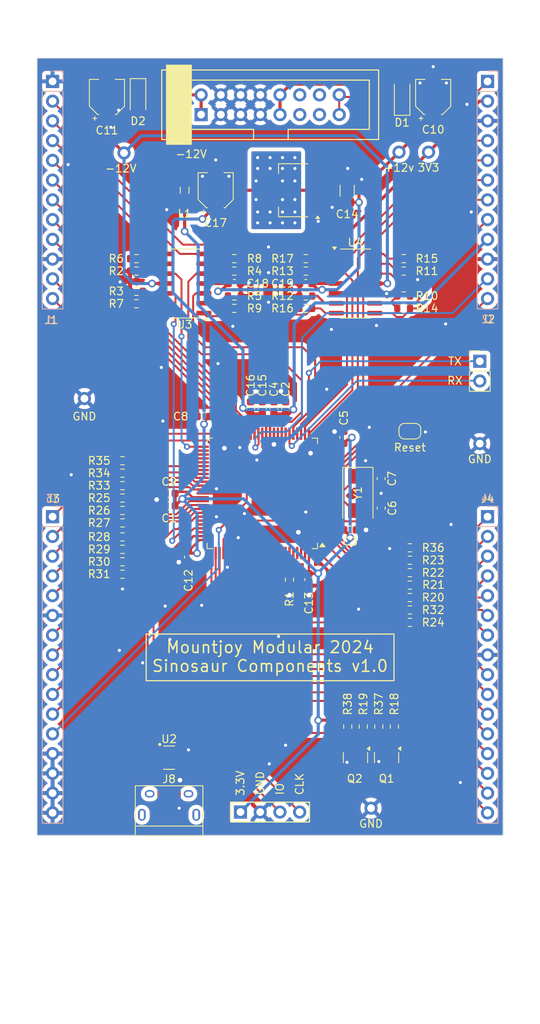
<source format=kicad_pcb>
(kicad_pcb (version 20240108) (generator "pcbnew") (generator_version "8.0")
  (layers (0 "F.Cu" signal) (1 "In1.Cu" signal) (2 "In2.Cu" signal) (31 "B.Cu" signal) (34 "B.Paste" user) (35 "F.Paste" user) (36 "B.SilkS" user "B.Silkscreen") (37 "F.SilkS" user "F.Silkscreen") (38 "B.Mask" user) (39 "F.Mask" user) (44 "Edge.Cuts" user))
  (net 0 "")
  (net 1 "GND")
  (net 2 "Net-(U1-PF0-OSC_IN)")
  (net 3 "+3.3V")
  (net 4 "+3.3VA")
  (net 5 "+12V")
  (net 6 "Net-(U1-PF1-OSC_OUT)")
  (net 7 "/Sine3_Rate_Btn")
  (net 8 "-12V")
  (net 9 "/Sine2_Rate_Btn")
  (net 10 "/Sine1_Rate_Btn")
  (net 11 "/Swell_LED")
  (net 12 "/Ramp_LED")
  (net 13 "/Sine2_Lvl_Btn")
  (net 14 "/Sine1_Lvl_Btn")
  (net 15 "/Sine3_Lvl_Btn")
  (net 16 "/Swell_Out")
  (net 17 "/FM2_Out")
  (net 18 "/Sine1_Inv_Out")
  (net 19 "/Sine1_Out")
  (net 20 "/FM3_Out")
  (net 21 "/Sine3_Out")
  (net 22 "/+12V_IN")
  (net 23 "/-12V_IN")
  (net 24 "/SWCLK")
  (net 25 "/SWIO")
  (net 26 "/Sine1_Swell_Lvl_LED")
  (net 27 "/Sine3_Swell_Lvl_LED")
  (net 28 "/Sine2_Swell_Rate_LED")
  (net 29 "/Sine1_Swell_Rate_LED")
  (net 30 "/Sine2_Swell_Lvl_LED")
  (net 31 "/Gate_Normal")
  (net 32 "/Sine3_Ramp_Rate_LED")
  (net 33 "/Sine3_Swell_Rate_LED")
  (net 34 "/USB_DP")
  (net 35 "/USB_DM")
  (net 36 "/Ramp_Out")
  (net 37 "/Sine3_Ramp_Lvl_LED")
  (net 38 "/Sine2_Rate")
  (net 39 "/Sine2_Out")
  (net 40 "/Sine2_Ramp_Rate_LED")
  (net 41 "/Sine1_LED")
  (net 42 "/Sine2_LED")
  (net 43 "/Sine3_LED")
  (net 44 "/Sine1_Ramp_Rate_LED")
  (net 45 "/Sine1_Ramp_Lvl_LED")
  (net 46 "/Sine2_Ramp_Lvl_LED")
  (net 49 "/BOOT0")
  (net 52 "/USART1_TX")
  (net 53 "/USART1_RX")
  (net 55 "/USB_D-")
  (net 58 "/USB_D+")
  (net 59 "Net-(Q1-B)")
  (net 60 "/Gate_Scaled")
  (net 61 "/Clock_Scaled")
  (net 62 "Net-(Q2-B)")
  (net 63 "Net-(U3C--)")
  (net 64 "Net-(U3D--)")
  (net 65 "Net-(U3B--)")
  (net 66 "Net-(U3A--)")
  (net 67 "/Sine1_DAC")
  (net 68 "Net-(U4D--)")
  (net 69 "Net-(U4B--)")
  (net 70 "/Gate_In")
  (net 71 "/Clock_In")
  (net 72 "/TIM3_CH1")
  (net 73 "/TIM3_CH2")
  (net 74 "/TIM3_CH3")
  (net 75 "/TIM3_CH4")
  (net 76 "/TIM4_CH1")
  (net 77 "/TIM4_CH2")
  (net 78 "/TIM4_CH3")
  (net 79 "/TIM4_CH4")
  (net 80 "/TIM8_CH1")
  (net 81 "/TIM8_CH2")
  (net 82 "/TIM8_CH3")
  (net 83 "/TIM8_CH4")
  (net 84 "/TIM2_CH1")
  (net 85 "/TIM2_CH2")
  (net 86 "/TIM2_CH3")
  (net 87 "/TIM2_CH4")
  (net 88 "/Sine3_Swell_Rate")
  (net 95 "/Swell_Rate")
  (net 97 "/Ramp_Rate")
  (net 100 "/RESET")
  (net 101 "/Sine3_DAC")
  (net 102 "/Sine3_Rate")
  (net 103 "/Sine3_Level")
  (net 105 "/Ramp_Level")
  (net 108 "/ADC-Spare")
  (net 109 "/FM2_DAC")
  (net 112 "/Sine2_Level")
  (net 117 "/Swell_DAC")
  (net 119 "/Sine1_Rate")
  (net 124 "/Ramp_DAC")
  (net 127 "/Sine2_DAC")
  (net 128 "/FM3_DAC")
  (net 133 "/Swell_Level")
  (net 138 "/Sine1_Level")
  (net 140 "Net-(U4C--)")
  (net 141 "Net-(U4A--)")
  (footprint "Resistor_SMD:R_0603_1608Metric" (layer "F.Cu") (at 111 114.8)
    (property "Reference" "R30")
    (property "Value" "1k ")
  )
  (footprint "Resistor_SMD:R_0603_1608Metric" (layer "F.Cu") (at 111 103.4)
    (property "Reference" "R34")
    (property "Value" "1k ")
  )
  (footprint "Crystal:Crystal_SMD_0603-2Pin_6.0x3.5mm" (layer "F.Cu") (at 141.3 106 -90)
    (property "Reference" "Y1")
    (property "Value" "8MHz 20pF")
  )
  (footprint "Capacitor_SMD:C_0603_1608Metric" (layer "F.Cu") (at 134.6 79 180)
    (property "Reference" "C19")
    (property "Value" "100nF")
  )
  (footprint "Resistor_SMD:R_0603_1608Metric" (layer "F.Cu") (at 111 108.2)
    (property "Reference" "R26")
    (property "Value" "1k ")
  )
  (footprint "Custom_Footprints:1mm_Test_Point" (layer "F.Cu") (at 157 99.6)
    (property "Reference" "TP4" (hide yes))
    (property "Value" "TestPoint")
  )
  (footprint "Custom_Footprints:1mm_Test_Point" (layer "F.Cu") (at 143 146.5)
    (property "Reference" "TP5" (hide yes))
    (property "Value" "TestPoint")
  )
  (footprint "Resistor_SMD:R_0603_1608Metric" (layer "F.Cu") (at 148 116.2 180)
    (property "Reference" "R22")
    (property "Value" "560")
  )
  (footprint "Resistor_SMD:R_0603_1608Metric" (layer "F.Cu") (at 134.6 82.2 180)
    (property "Reference" "R16")
    (property "Value" "10k")
  )
  (footprint "Package_TO_SOT_SMD:SOT-23" (layer "F.Cu") (at 145 140 -90)
    (property "Reference" "Q1")
    (property "Value" "MMBT3904")
  )
  (footprint "Capacitor_SMD:C_0603_1608Metric" (layer "F.Cu") (at 130.5 95 -90)
    (property "Reference" "C4")
    (property "Value" "100nF")
  )
  (footprint "Jumper:SolderJumper-2_P1.3mm_Open_RoundedPad1.0x1.5mm" (layer "F.Cu") (at 148 98 180)
    (property "Reference" "JP1" (hide yes))
    (property "Value" "Jumper")
  )
  (footprint "Capacitor_SMD:C_0603_1608Metric" (layer "F.Cu") (at 132 95 -90)
    (property "Reference" "C2")
    (property "Value" "1uF")
  )
  (footprint "Resistor_SMD:R_0603_1608Metric" (layer "F.Cu") (at 148 121 180)
    (property "Reference" "R32")
    (property "Value" "1k ")
  )
  (footprint "Resistor_SMD:R_0603_1608Metric" (layer "F.Cu") (at 146 136 -90)
    (property "Reference" "R18")
    (property "Value" "4k7")
  )
  (footprint "Resistor_SMD:R_0603_1608Metric" (layer "F.Cu") (at 147.2 82.2 180)
    (property "Reference" "R14")
    (property "Value" "20k")
  )
  (footprint "Package_TO_SOT_SMD:SOT-223-3_TabPin2" (layer "F.Cu") (at 133 67 180)
    (property "Reference" "U5" (hide yes))
    (property "Value" "LT1117-3.3")
  )
  (footprint "Resistor_SMD:R_0603_1608Metric" (layer "F.Cu") (at 134.6 77.4)
    (property "Reference" "R13")
    (property "Value" "10k")
  )
  (footprint "Resistor_SMD:R_0603_1608Metric" (layer "F.Cu") (at 112.8 80)
    (property "Reference" "R3")
    (property "Value" "10k")
  )
  (footprint "Resistor_SMD:R_0603_1608Metric" (layer "F.Cu") (at 134.6 75.8 180)
    (property "Reference" "R17")
    (property "Value" "10k")
  )
  (footprint "Custom_Footprints:1mm_Test_Point" (layer "F.Cu") (at 111.2 62.2)
    (property "Reference" "TP2" (hide yes))
    (property "Value" "TestPoint")
  )
  (footprint "Custom_Footprints:1mm_Test_Point" (layer "F.Cu") (at 150.4 62.1)
    (property "Reference" "TP3" (hide yes))
    (property "Value" "TestPoint")
  )
  (footprint "Package_SO:SOIC-14_3.9x8.7mm_P1.27mm" (layer "F.Cu") (at 119 79 180)
    (property "Reference" "U3")
    (property "Value" "TL074")
  )
  (footprint "Capacitor_SMD:C_0603_1608Metric" (layer "F.Cu") (at 135 117.1 90)
    (property "Reference" "C13")
    (property "Value" "100nF")
  )
  (footprint "Connector_PinHeader_2.54mm:PinHeader_1x02_P2.54mm_Vertical" (layer "F.Cu") (at 157 89)
    (property "Reference" "J7" (hide yes))
    (property "Value" "UART_Test_Pins")
  )
  (footprint "Inductor_SMD:L_0805_2012Metric_Pad1.05x1.20mm_HandSolder" (layer "F.Cu") (at 119 67 -90)
    (property "Reference" "L1")
    (property "Value" "L_Small")
  )
  (footprint "Resistor_SMD:R_0603_1608Metric" (layer "F.Cu") (at 125.4 82.2)
    (property "Reference" "R9")
    (property "Value" "10k")
  )
  (footprint "Resistor_SMD:R_0603_1608Metric" (layer "F.Cu") (at 125.4 80.6 180)
    (property "Reference" "R5")
    (property "Value" "10k")
  )
  (footprint "Capacitor_SMD:C_1206_3216Metric" (layer "F.Cu") (at 139.925 67.075 90)
    (property "Reference" "C14")
    (property "Value" "10uF")
  )
  (footprint "Resistor_SMD:R_0603_1608Metric" (layer "F.Cu") (at 147.2 75.8)
    (property "Reference" "R15")
    (property "Value" "10k")
  )
  (footprint "Custom_Footprints:Eurorack_16_pin_header" (layer "F.Cu") (at 121.125 57.27)
    (property "Reference" "J6" (hide yes))
    (property "Value" "Eurorack_16_pin_power" (hide yes))
  )
  (footprint "Diode_SMD:D_SOD-123" (layer "F.Cu") (at 113 55 -90)
    (property "Reference" "D2")
    (property "Value" "1N5819")
  )
  (footprint "Resistor_SMD:R_0603_1608Metric" (layer "F.Cu") (at 111 101.8)
    (property "Reference" "R35")
    (property "Value" "1k ")
  )
  (footprint "Resistor_SMD:R_0603_1608Metric" (layer "F.Cu") (at 111 116.4)
    (property "Reference" "R31")
    (property "Value" "1k ")
  )
  (footprint "Package_QFP:LQFP-100_14x14mm_P0.5mm" (layer "F.Cu") (at 129 106 180)
    (property "Reference" "U1" (hide yes))
    (property "Value" "STM32G473V")
  )
  (footprint "Resistor_SMD:R_0603_1608Metric" (layer "F.Cu") (at 148 117.8 180)
    (property "Reference" "R21")
    (property "Value" "560")
  )
  (footprint "Capacitor_SMD:C_0603_1608Metric" (layer "F.Cu") (at 129 95 -90)
    (property "Reference" "C15")
    (property "Value" "10nF")
  )
  (footprint "Capacitor_SMD:C_0603_1608Metric" (layer "F.Cu") (at 125.4 79)
    (property "Reference" "C18")
    (property "Value" "100nF")
  )
  (footprint "Resistor_SMD:R_0603_1608Metric" (layer "F.Cu") (at 148 113 180)
    (property "Reference" "R36")
    (property "Value" "1k ")
  )
  (footprint "Resistor_SMD:R_0603_1608Metric" (layer "F.Cu") (at 148 114.6 180)
    (property "Reference" "R23")
    (property "Value" "560")
  )
  (footprint "Capacitor_SMD:CP_Elec_4x5.8" (layer "F.Cu") (at 109 55 90)
    (property "Reference" "C11")
    (property "Value" "22uF")
  )
  (footprint "Resistor_SMD:R_0603_1608Metric" (layer "F.Cu") (at 140 136 90)
    (property "Reference" "R38")
    (property "Value" "4k7")
  )
  (footprint "Resistor_SMD:R_0603_1608Metric" (layer "F.Cu") (at 144 136 90)
    (property "Reference" "R37")
    (property "Value" "4k7")
  )
  (footprint "Capacitor_SMD:CP_Elec_4x5.8" (layer "F.Cu") (at 151 55 90)
    (property "Reference" "C10")
    (property "Value" "22uF")
  )
  (footprint "Resistor_SMD:R_0603_1608Metric" (layer "F.Cu") (at 111 113.2)
    (property "Reference" "R29")
    (property "Value" "1k ")
  )
  (footprint "Resistor_SMD:R_0603_1608Metric" (layer "F.Cu") (at 142 136 -90)
    (property "Reference" "R19")
    (property "Value" "4k7")
  )
  (footprint "Resistor_SMD:R_0603_1608Metric" (layer "F.Cu") (at 125.4 77.4 180)
    (property "Reference" "R4")
    (property "Value" "10k")
  )
  (footprint "Resistor_SMD:R_0603_1608Metric" (layer "F.Cu") (at 132.5 117.1 90)
    (property "Reference" "R1")
    (property "Value" "100k")
  )
  (footprint "Resistor_SMD:R_0603_1608Metric" (layer "F.Cu") (at 147.2 77.4 180)
    (property "Reference" "R11")
    (property "Value" "10k")
  )
  (footprint "Diode_SMD:D_SOD-123" (layer "F.Cu") (at 147 55 90)
    (property "Reference" "D1")
    (property "Value" "1N5819")
  )
  (footprint "Custom_Footprints:STF202-22T1G" (layer "F.Cu") (at 117 140 -90)
    (property "Reference" "U2")
    (property "Value" "STF202-22T1G" (hide yes))
  )
  (footprint "Capacitor_SMD:C_0603_1608Metric" (layer "F.Cu") (at 119.5 114.2 90)
    (property "Reference" "C12")
    (property "Value" "100nF")
  )
  (footprint "Custom_Footprints:1mm_Test_Point" (layer "F.Cu") (at 146.6 62.1)
    (property "Reference" "TP1" (hide yes))
    (property "Value" "TestPoint")
  )
  (footprint "Capacitor_SMD:C_0603_1608Metric" (layer "F.Cu") (at 140.3 110.7 180)
    (property "Reference" "C3")
    (property "Value" "100nF")
  )
  (footprint "Resistor_SMD:R_0603_1608Metric" (layer "F.Cu") (at 148 122.6 180)
    (property "Reference" "R24")
    (property "Value" "560")
  )
  (footprint "Resistor_SMD:R_0603_1608Metric" (layer "F.Cu") (at 111 109.8)
    (property "Reference" "R27")
    (property "Value" "1k ")
  )
  (footprint "Capacitor_SMD:CP_Elec_4x5.8" (layer "F.Cu") (at 123 67 90)
    (property "Reference" "C17")
    (property "Value" "22uF")
  )
  (footprint "Custom_Footprints:USB_Micro-B_Amphenol" (layer "F.Cu") (at 117 146)
    (property "Reference" "J8")
    (property "Value" "USB_B_Micro")
  )
  (footprint "Resistor_SMD:R_0603_1608Metric" (layer "F.Cu") (at 148 119.4 180)
    (property "Reference" "R20")
    (property "Value" "560")
  )
  (footprint "Package_SO:SOIC-14_3.9x8.7mm_P1.27mm" (layer "F.Cu") (at 141 79)
    (property "Reference" "U4")
    (property "Value" "TL074")
  )
  (footprint "Resistor_SMD:R_0603_1608Metric" (layer "F.Cu") (at 112.8 81.6 180)
    (property "Reference" "R7")
    (property "Value" "10k")
  )
  (footprint "Resistor_SMD:R_0603_1608Metric" (layer "F.Cu") (at 111 105)
    (property "Reference" "R33")
    (property "Value" "1k ")
  )
  (footprint "Custom_Footprints:SWD_header" (layer "F.Cu") (at 126.19 147)
    (property "Reference" "J5" (hide yes))
    (property "Value" "SWD_Header")
  )
  (footprint "Package_TO_SOT_SMD:SOT-23" (layer "F.Cu") (at 141 140 -90)
    (property "Reference" "Q2")
    (property "Value" "MMBT3904")
  )
  (footprint "Resistor_SMD:R_0603_1608Metric" (layer "F.Cu") (at 111 106.6)
    (property "Reference" "R25")
    (property "Value" "1k")
  )
  (footprint "Capacitor_SMD:C_0603_1608Metric" (layer "F.Cu") (at 144.3 104.1 90)
    (property "Reference" "C7")
    (property "Value" "30pF")
  )
  (footprint "Capacitor_SMD:C_0603_1608Metric" (layer "F.Cu") (at 127.5 95 -90)
    (property "Reference" "C16")
    (property "Value" "1uF")
  )
  (footprint "Resistor_SMD:R_0603_1608Metric" (layer "F.Cu") (at 134.6 80.6)
    (property "Reference" "R12")
    (property "Value" "10k")
  )
  (footprint "Resistor_SMD:R_0603_1608Metric" (layer "F.Cu") (at 125.4 75.8)
    (property "Reference" "R8")
    (property "Value" "10k")
  )
  (footprint "Capacitor_SMD:C_0603_1608Metric" (layer "F.Cu") (at 121.4 96.1)
    (property "Reference" "C8")
    (property "Value" "100nF")
  )
  (footprint "Capacitor_SMD:C_0603_1608Metric" (layer "F.Cu") (at 117 107.6)
    (property "Reference" "C1")
    (property "Value" "4.7uF")
  )
  (footprint "Resistor_SMD:R_0603_1608Metric" (layer "F.Cu") (at 112.8 75.8 180)
    (property "Reference" "R6")
    (property "Value" "10k")
  )
  (footprint "Resistor_SMD:R_0603_1608Metric" (layer "F.Cu") (at 112.8 77.4)
    (property "Reference" "R2")
    (property "Value" "10k")
  )
  (footprint "Resistor_SMD:R_0603_1608Metric" (layer "F.Cu") (at 147.2 80.6)
    (property "Reference" "R10")
    (property "Value" "10k")
  )
  (footprint "Capacitor_SMD:C_0603_1608Metric" (layer "F.Cu") (at 139.5 98.8 -90)
    (property "Reference" "C5")
    (property "Value" "100nF")
  )
  (footprint "Custom_Footprints:1mm_Test_Point" (layer "F.Cu") (at 106.1 93.8)
    (property "Reference" "TP6" (hide yes))
    (property "Value" "TestPoint")
  )
  (footprint "Resistor_SMD:R_0603_1608Metric" (layer "F.Cu") (at 111 111.6)
    (property "Reference" "R28")
    (property "Value" "1k ")
  )
  (footprint "Capacitor_SMD:C_0603_1608Metric" (layer "F.Cu") (at 117 106)
    (property "Reference" "C9")
    (property "Value" "100nF")
  )
  (footprint "Capacitor_SMD:C_0603_1608Metric" (layer "F.Cu") (at 144.3 107.9 -90)
    (property "Reference" "C6")
    (property "Value" "30pF")
  )
  (footprint "Connector_PinHeader_2.54mm:PinHeader_1x12_P2.54mm_Vertical" (layer "B.Cu") (at 102 53 180)
    (property "Reference" "J1")
    (property "Value" "Conn_01x12_Male")
  )
  (footprint "Connector_PinHeader_2.54mm:PinHeader_1x16_P2.54mm_Vertical" (layer "B.Cu") (at 158 109 180)
    (property "Reference" "J4")
    (property "Value" "Conn_01x16_Male")
  )
  (footprint "Connector_PinHeader_2.54mm:PinHeader_1x12_P2.54mm_Vertical" (layer "B.Cu") (at 158 53 180)
    (property "Reference" "J2")
    (property "Value" "Conn_01x12_Male")
  )
  (footprint "Connector_PinHeader_2.54mm:PinHeader_1x16_P2.54mm_Vertical" (layer "B.Cu") (at 102 109 180)
    (property "Reference" "J3")
    (property "Value" "Conn_01x16_Male")
  )
  (gr_rect (start 114.05 124.1) (end 145.95 130.1) (stroke (width 0.15)) (fill none) (layer "F.SilkS"))
  (gr_rect (start 100 50) (end 160 150) (stroke (width 0.1)) (fill none) (layer "Edge.Cuts"))
  (gr_text "J4" (at 158 106.7 0) (layer "F.SilkS") (effects (font (size 1 1))))
  (gr_text "J3" (at 102.1 106.7 -0) (layer "F.SilkS") (effects (font (size 1 1))))
  (gr_text "Reset" (at 148 100.1 0) (layer "F.SilkS") (effects (font (size 1 1))))
  (gr_text "J2" (at 158.1 83.6 -0) (layer "F.SilkS") (effects (font (size 1 1))))
  (gr_text "Mountjoy Modular 2024\nSinosaur Components v1.0" (at 130 127 -0) (layer "F.SilkS") (effects (font (size 1.5 1.5) (thickness 0.2))))
  (gr_text "TX" (at 153.8 89 0) (layer "F.SilkS") (effects (font (size 1 1))))
  (gr_text "RX" (at 153.8 91.5 0) (layer "F.SilkS") (effects (font (size 1 1))))
  (gr_text "J1" (at 101.8 83.7 0) (layer "F.SilkS") (effects (font (size 1 1))))
  (segment (start 132 94.225) (end 132 93.45) (width 0.4) (layer "F.Cu") (net 1))
  (segment (start 134.5 113.675) (end 134.5 111.85) (width 0.3) (layer "F.Cu") (net 1))
  (segment (start 135.389761 101) (end 135.218108 100.828347) (width 0.3) (layer "F.Cu") (net 1))
  (segment (start 122.5 106) (end 123.1 105.4) (width 0.3) (layer "F.Cu") (net 1))
  (segment (start 127.5 93.55) (end 128.15 92.9) (width 0.3) (layer "F.Cu") (net 1))
  (segment (start 132 93.45) (end 131.4 92.85) (width 0.4) (layer "F.Cu") (net 1))
  (segment (start 132.5 117.925) (end 132.5 119.1) (width 0.4) (layer "F.Cu") (net 1))
  (segment (start 133.825 79) (end 133.8 79) (width 0.4) (layer "F.Cu") (net 1))
  (segment (start 130.5 94.225) (end 130.5 93.75) (width 0.4) (layer "F.Cu") (net 1))
  (segment (start 136.675 101) (end 135.389761 101) (width 0.3) (layer "F.Cu") (net 1))
  (segment (start 128.4 92.9) (end 129 93.5) (width 0.3) (layer "F.Cu") (net 1))
  (segment (start 118.3 144.65) (end 118.3 143) (width 0.3) (layer "F.Cu") (net 1))
  (segment (start 133.825 79) (end 133.825 79.175) (width 0.4) (layer "F.Cu") (net 1))
  (segment (start 116.35 107.6) (end 116.225 107.6) (width 0.4) (layer "F.Cu") (net 1))
  (segment (start 121.325 106) (end 122.5 106) (width 0.3) (layer "F.Cu") (net 1))
  (segment (start 116.225 107.6) (end 115.425 106.8) (width 0.4) (layer "F.Cu") (net 1))
  (segment (start 143.475 80.27) (end 142.83 80.27) (width 0.4) (layer "F.Cu") (net 1))
  (segment (start 121.325 111.5) (end 120.130592 111.5) (width 0.3) (layer "F.Cu") (net 1))
  (segment (start 118.3 143) (end 118.4 142.9) (width 0.3) (layer "F.Cu") (net 1))
  (segment (start 129 93.5) (end 129 94.225) (width 0.3) (layer "F.Cu") (net 1))
  (segment (start 124 98.325) (end 124 100.069798) (width 0.3) (layer "F.Cu") (net 1))
  (segment (start 141.075 110.7) (end 142.35 110.7) (width 0.4) (layer "F.Cu") (net 1))
  (segment (start 115.425 106.8) (end 115.4 106.8) (width 0.4) (layer "F.Cu") (net 1))
  (segment (start 118.3 144.65) (end 118.3 146.5) (width 0.3) (layer "F.Cu") (net 1))
  (segment (start 118.25 113.380592) (end 118.25 114.85) (width 0.3) (layer "F.Cu") (net 1))
  (segment (start 119.5 114.975) (end 119.375 114.85) (width 0.4) (layer "F.Cu") (net 1))
  (segment (start 143.8625 80.3) (end 142.7 80.3) (width 0.4) (layer "F.Cu") (net 1))
  (segment (start 116.225 106) (end 116.2 106) (width 0.4) (layer "F.Cu") (net 1))
  (segment (start 120.130592 111.5) (end 118.25 113.380592) (width 0.3) (layer "F.Cu") (net 1))
  (segment (start 139.5 98.025) (end 138.325 98.025) (width 0.4) (layer "F.Cu") (net 1))
  (segment (start 130.5 93.75) (end 131.4 92.85) (width 0.4) (layer "F.Cu") (net 1))
  (segment (start 124 100.069798) (end 124.115101 100.184899) (width 0.3) (layer "F.Cu") (net 1))
  (segment (start 130.5 98.325) (end 130.5 99.7) (width 0.3) (layer "F.Cu") (net 1))
  (segment (start 126.175 79) (end 126.2 79) (width 0.4) (layer "F.Cu") (net 1))
  (segment (start 135 117.875) (end 135 119.1) (width 0.4) (layer "F.Cu") (net 1))
  (segment (start 119.375 114.85) (end 118.25 114.85) (width 0.4) (layer "F.Cu") (net 1))
  (segment (start 134.5 111.85) (end 133.65 111) (width 0.3) (layer "F.Cu") (net 1))
  (segment (start 138.325 98.025) (end 138.3 98.05) (width 0.4) (layer "F.Cu") (net 1))
  (segment (start 116.2 106) (end 115.4 106.8) (width 0.4) (layer "F.Cu") (net 1))
  (segment (start 128.15 92.9) (end 128.4 92.9) (width 0.3) (layer "F.Cu") (net 1))
  (segment (start 127.5 94.225) (end 127.5 93.55) (width 0.3) (layer "F.Cu") (net 1))
  (via (at 118.4 142.9) (size 1) (drill 0.6) (layers "F.Cu" "B.Cu") (net 1))
  (via (at 151 51.1) (size 0.8) (drill 0.4) (layers "F.Cu" "B.Cu") (net 1))
  (via (at 128.15 92.9) (size 1) (drill 0.6) (layers "F.Cu" "B.Cu") (net 1))
  (via (at 131.4 92.85) (size 1) (drill 0.6) (layers "F.Cu" "B.Cu") (net 1))
  (via (at 110.5 56.7) (size 0.8) (drill 0.4) (layers "F.Cu" "B.Cu") (net 1))
  (via (at 129.9 140.8) (size 0.8) (drill 0.4) (layers "F.Cu" "B.Cu") (net 1))
  (via (at 123.1 109) (size 0.8) (drill 0.4) (layers "F.Cu" "B.Cu") (net 1))
  (via (at 136.2 71) (size 0.8) (drill 0.4) (layers "F.Cu" "B.Cu") (net 1))
  (via (at 131.1 124.4) (size 0.8) (drill 0.4) (layers "F.Cu" "B.Cu") (net 1))
  (via (at 129.8 74.3) (size 0.8) (drill 0.4) (layers "F.Cu" "B.Cu") (net 1))
  (via (at 129.8 81.4) (size 0.8) (drill 0.4) (layers "F.Cu" "B.Cu") (net 1))
  (via (at 110.7 78.8) (size 0.8) (drill 0.4) (layers "F.Cu" "B.Cu") (net 1))
  (via (at 142.35 110.7) (size 1) (drill 0.6) (layers "F.Cu" "B.Cu") (net 1))
  (via (at 124.7 65.2) (size 0.8) (drill 0.4) (layers "F.Cu" "B.Cu") (net 1))
  (via (at 154.5 143.2) (size 0.8) (drill 0.4) (layers "F.Cu" "B.Cu") (net 1))
  (via (at 126.7 108.6) (size 0.8) (drill 0.4) (layers "F.Cu" "B.Cu") (net 1))
  (via (at 134.6 108.4) (size 0.8) (drill 0.4) (layers "F.Cu" "B.Cu") (net 1))
  (via (at 118.3 146.5) (size 0.8) (drill 0.4) (layers "F.Cu" "B.Cu") (net 1))
  (via (at 144.3 106) (size 0.8) (drill 0.4) (layers "F.Cu" "B.Cu") (net 1))
  (via (at 135.218108 100.828347) (size 1) (drill 0.6) (layers "F.Cu" "B.Cu") (net 1))
  (via (at 121.3 65.2) (size 0.8) (drill 0.4) (layers "F.Cu" "B.Cu") (net 1))
  (via (at 145.4 113.1) (size 0.8) (drill 0.4) (layers "F.Cu" "B.Cu") (net 1))
  (via (at 117.1 124.8) (size 0.8) (drill 0.4) (layers "F.Cu" "B.Cu") (net 1))
  (via (at 125.2 84.5) (size 0.8) (drill 0.4) (layers "F.Cu" "B.Cu") (net 1))
  (via (at 129.8 77.6) (size 0.8) (drill 0.4) (layers "F.Cu" "B.Cu") (net 1))
  (via (at 111 118.3) (size 0.8) (drill 0.4) (layers "F.Cu" "B.Cu") (net 1))
  (via (at 132 138.4) (size 0.8) (drill 0.4) (layers "F.Cu" "B.Cu") (net 1))
  (via (at 130.5 99.7) (size 1) (drill 0.6) (layers "F.Cu" "B.Cu") (net 1))
  (via (at 123.3 89.3) (size 0.8) (drill 0.4) (layers "F.Cu" "B.Cu") (net 1))
  (via (at 119.5 139) (size 0.8) (drill 0.4) (layers "F.Cu" "B.Cu") (net 1))
  (via (at 140 64.2) (size 0.8) (drill 0.4) (layers "F.Cu" "B.Cu") (net 1))
  (via (at 124.115101 100.184899) (size 1) (drill 0.6) (layers "F.Cu" "B.Cu") (net 1))
  (via (at 150 98.1) (size 0.8) (drill 0.4) (layers "F.Cu" "B.Cu") (net 1))
  (via (at 142.3 101.8) (size 0.8) (drill 0.4) (layers "F.Cu" "B.Cu") (net 1))
  (via (at 113.6 127.8) (size 0.8) (drill 0.4) (layers "F.Cu" "B.Cu") (net 1))
  (via (at 126.1 100.1) (size 0.8) (drill 0.4) (layers "F.Cu" "B.Cu") (net 1))
  (via (at 104.4 103.6) (size 0.8) (drill 0.4) (layers "F.Cu" "B.Cu") (net 1))
  (via (at 139.9 140.6) (size 0.8) (drill 0.4) (layers "F.Cu" "B.Cu") (net 1))
  (via (at 123.1 105.4) (size 0.8) (drill 0.4) (layers "F.Cu" "B.Cu") (net 1))
  (via (at 127.3 78.9) (size 0.8) (drill 0.4) (layers "F.Cu" "B.Cu") (net 1))
  (via (at 142.775 97.5) (size 0.8) (drill 0.4) (layers "F.Cu" "B.Cu") (net 1))
  (via (at 128.3 101.7) (size 0.8) (drill 0.4) (layers "F.Cu" "B.Cu") (net 1))
  (via (at 123 63.1) (size 0.8) (drill 0.4) (layers "F.Cu" "B.Cu") (net 1))
  (via (at 144 140.5) (size 0.8) (drill 0.4) (layers "F.Cu" "B.Cu") (net 1))
  (via (at 153.3 110) (size 0.8) (drill 0.4) (layers "F.Cu" "B.Cu") (net 1))
  (via (at 125.9 111.7) (size 0.8) (drill 0.4) (layers "F.Cu" "B.Cu") (net 1))
  (via (at 149.3 53.2) (size 0.8) (drill 0.4) (layers "F.Cu" "B.Cu") (net 1))
  (via (at 109.5 58.9) (size 0.8) (drill 0.4) (layers "F.Cu" "B.Cu") (net 1))
  (via (at 141.4 120.9) (size 0.8) (drill 0.4) (layers "F.Cu" "B.Cu") (net 1))
  (via (at 152.6 84.2) (size 0.8) (drill 0.4) (layers "F.Cu" "B.Cu") (net 1))
  (via (at 138.3 98.05) (size 1) (drill 0.6) (layers "F.Cu" "B.Cu") (net 1))
  (via (at 152.7 53.2) (size 0.8) (drill 0.4) (layers "F.Cu" "B.Cu") (net 1))
  (via (at 110.6 126.2) (size 0.8) (drill 0.4) (layers "F.Cu" "B.Cu") (net 1))
  (via (at 137.9 84.9) (size 0.8) (drill 0.4) (layers "F.Cu" "B.Cu") (net 1))
  (via (at 135 119.1) (size 1) (drill 0.6) (layers "F.Cu" "B.Cu") (net 1))
  (via (at 145 80.3) (size 0.8) (drill 0.4) (layers "F.Cu" "B.Cu") (net 1))
  (via (at 132.7 78.9) (size 0.8) (drill 0.4) (layers "F.Cu" "B.Cu") (net 1))
  (via (at 149 78.5) (size 0.8) (drill 0.4) (layers "F.Cu" "B.Cu") (net 1))
  (via (at 104 63.7) (size 0.8) (drill 0.4) (layers "F.Cu" "B.Cu") (net 1))
  (via (at 118.25 114.85) (size 1) (drill 0.6) (layers "F.Cu" "B.Cu") (net 1))
  (via (at 133.65 111) (size 1) (drill 0.6) (layers "F.Cu" "B.Cu") (net 1))
  (via (at 138 69.2) (size 0.8) (drill 0.4) (layers "F.Cu" "B.Cu") (net 1))
  (via (at 141.8 65.6) (size 0.8) (drill 0.4) (layers "F.Cu" "B.Cu") (net 1))
  (via (at 137.3 92.6) (size 0.8) (drill 0.4) (layers "F.Cu" "B.Cu") (net 1))
  (via (at 124.5 115.5) (size 0.8) (drill 0.4) (layers "F.Cu" "B.Cu") (net 1))
  (via (at 143.7 84.4) (size 0.8) (drill 0.4) (layers "F.Cu" "B.Cu") (net 1))
  (via (at 116.7 69.5) (size 0.8) (drill 0.4) (layers "F.Cu" "B.Cu") (net 1))
  (via (at 155.9 69.8) (size 0.8) (drill 0.4) (layers "F.Cu" "B.Cu") (net 1))
  (via (at 116 89.8) (size 0.8) (drill 0.4) (layers "F.Cu" "B.Cu") (net 1))
  (via (at 115.4 106.8) (size 1) (drill 0.6) (layers "F.Cu" "B.Cu") (net 1))
  (via (at 116.5 120.5) (size 0.8) (drill 0.4) (layers "F.Cu" "B.Cu") (net 1))
  (via (at 132.5 119.1) (size 1) (drill 0.6) (layers "F.Cu" "B.Cu") (net 1))
  (via (at 155.348959 55.948959) (size 0.8) (drill 0.4) (layers "F.Cu" "B.Cu") (net 1))
  (via (at 116.2 96.7) (size 0.8) (drill 0.4) (layers "F.Cu" "B.Cu") (net 1))
  (via (at 121.2 120.4) (size 0.8) (drill 0.4) (layers "F.Cu" "B.Cu") (net 1))
  (segment (start 143.825 108.2) (end 141.3 108.2) (width 0.25) (layer "F.Cu") (net 2))
  (segment (start 141 108.5) (end 141.3 108.5) (width 0.25) (layer "F.Cu") (net 2))
  (segment (start 136.675 106.5) (end 139 106.5) (width 0.25) (layer "F.Cu") (net 2))
  (segment (start 139 106.5) (end 141 108.5) (width 0.25) (layer "F.Cu") (net 2))
  (segment (start 144.3 108.675) (end 143.825 108.2) (width 0.25) (layer "F.Cu") (net 2))
  (segment (start 121.325 106.5) (end 120 106.5) (width 0.3) (layer "F.Cu") (net 3))
  (segment (start 123.5 96.975) (end 122.625 96.1) (width 0.3) (layer "F.Cu") (net 3))
  (segment (start 118.675 106.7) (end 117.775 107.6) (width 0.4) (layer "F.Cu") (net 3))
  (segment (start 139.5 99.575) (end 138.796012 99.575) (width 0.3) (layer "F.Cu") (net 3))
  (segment (start 123 69) (end 121.3 70.7) (width 0.4) (layer "F.Cu") (net 3))
  (segment (start 135.025 116.3) (end 135 116.325) (width 0.4) (layer "F.Cu") (net 3))
  (segment (start 120.6 113.7) (end 119.775 113.7) (width 0.4) (layer "F.Cu") (net 3))
  (segment (start 123 68.8) (end 123 69) (width 0.4) (layer "F.Cu") (net 3))
  (segment (start 119 65.85) (end 120.05 65.85) (width 0.4) (layer "F.Cu") (net 3))
  (segment (start 120 106.5) (end 119.3 105.8) (width 0.3) (layer "F.Cu") (net 3))
  (segment (start 156.96 55.54) (end 158 55.54) (width 0.4) (layer "F.Cu") (net 3))
  (segment (start 123.5 98.325) (end 123.5 96.975) (width 0.3) (layer "F.Cu") (net 3))
  (segment (start 139.6 72.9) (end 156.96 55.54) (width 0.4) (layer "F.Cu") (net 3))
  (segment (start 117.775 107.6) (end 117.775 106) (width 0.4) (layer "F.Cu") (net 3))
  (segment (start 140.275 98.8) (end 140.525 98.8) (width 0.4) (layer "F.Cu") (net 3))
  (segment (start 120.925 112) (end 119.5 113.425) (width 0.3) (layer "F.Cu") (net 3))
  (segment (start 123 68.8) (end 127.1 72.9) (width 0.4) (layer "F.Cu") (net 3))
  (segment (start 124.8 67) (end 123 68.8) (width 0.4) (layer "F.Cu") (net 3))
  (segment (start 129.85 67) (end 124.8 67) (width 0.4) (layer "F.Cu") (net 3))
  (segment (start 143.3 134.2) (end 140.975 134.2) (width 0.4) (layer "F.Cu") (net 3))
  (segment (start 144 134.9) (end 143.3 134.2) (width 0.4) (layer "F.Cu") (net 3))
  (segment (start 139.525 110.7) (end 140.30583 111.48083) (width 0.4) (layer "F.Cu") (net 3))
  (segment (start 140.30583 111.48083) (end 140.30583 111.698886) (width 0.4) (layer "F.Cu") (net 3))
  (segment (start 137.871012 100.5) (end 136.675 100.5) (width 0.3) (layer "F.Cu") (net 3))
  (segment (start 127.1 72.9) (end 139.6 72.9) (width 0.4) (layer "F.Cu") (net 3))
  (segment (start 118.7 106.7) (end 118.675 106.7) (width 0.4) (layer "F.Cu") (net 3))
  (segment (start 136.225 135.175) (end 136.2 135.2) (width 0.4) (layer "F.Cu") (net 3))
  (segment (start 144 135.175) (end 144 134.9) (width 0.4) (layer "F.Cu") (net 3))
  (segment (start 136.675 109.5) (end 138.325 109.5) (width 0.3) (layer "F.Cu") (net 3))
  (segment (start 140.975 134.2) (end 140 135.175) (width 0.4) (layer "F.Cu") (net 3))
  (segment (start 119.775 113.7) (end 119.5 113.425) (width 0.4) (layer "F.Cu") (net 3))
  (segment (start 117.975 105.8) (end 117.775 106) (width 0.3) (layer "F.Cu") (net 3))
  (segment (start 122.625 96.1) (end 122.175 96.1) (width 0.3) (layer "F.Cu") (net 3))
  (segment (start 136.15 67) (end 129.85 67) (width 0.4) (layer "F.Cu") (net 3))
  (segment (start 138.796012 99.575) (end 137.871012 100.5) (width 0.3) (layer "F.Cu") (net 3))
  (segment (start 136.2 116.3) (end 135.025 116.3) (width 0.4) (layer "F.Cu") (net 3))
  (segment (start 138.325 109.5) (end 139.525 110.7) (width 0.3) (layer "F.Cu") (net 3))
  (segment (start 121.325 112) (end 120.925 112) (width 0.3) (layer "F.Cu") (net 3))
  (segment (start 140 135.175) (end 136.225 135.175) (width 0.4) (layer "F.Cu") (net 3))
  (segment (start 139.5 99.575) (end 140.275 98.8) (width 0.4) (layer "F.Cu") (net 3))
  (segment (start 121.5 96.775) (end 122.175 96.1) (width 0.4) (layer "F.Cu") (net 3))
  (segment (start 120.05 65.85) (end 123 68.8) (width 0.4) (layer "F.Cu") (net 3))
  (segment (start 121.5 97.1) (end 121.5 96.775) (width 0.4) (layer "F.Cu") (net 3))
  (segment (start 119.3 105.8) (end 117.975 105.8) (width 0.3) (layer "F.Cu") (net 3))
  (segment (start 135 113.675) (end 135 116.325) (width 0.3) (layer "F.Cu") (net 3))
  (via (at 133.2 69.8) (size 0.8) (drill 0.4) (layers "F.Cu" "B.Cu") (net 3))
  (via (at 130 71.2) (size 0.8) (drill 0.4) (layers "F.Cu" "B.Cu") (net 3))
  (via (at 128.4 69.8) (size 0.8) (drill 0.4) (layers "F.Cu" "B.Cu") (net 3))
  (via (at 131.6 64.2) (size 0.8) (drill 0.4) (layers "F.Cu" "B.Cu") (net 3))
  (via (at 121.3 70.7) (size 1) (drill 0.6) (layers "F.Cu" "B.Cu") (net 3))
  (via (at 130 62.8) (size 0.8) (drill 0.4) (layers "F.Cu" "B.Cu") (net 3))
  (via (at 131.6 71.2) (size 0.8) (drill 0.4) (layers "F.Cu" "B.Cu") (net 3))
  (via (at 131.6 69.8) (size 0.8) (drill 0.4) (layers "F.Cu" "B.Cu") (net 3))
  (via (at 136.2 135.2) (size 1) (drill 0.6) (layers "F.Cu" "B.Cu") (net 3))
  (via (at 130 69.8) (size 0.8) (drill 0.4) (layers "F.Cu" "B.Cu") (net 3))
  (via (at 131.6 68.2) (size 0.8) (drill 0.4) (layers "F.Cu" "B.Cu") (net 3))
  (via (at 140.525 98.8) (size 1) (drill 0.6) (layers "F.Cu" "B.Cu") (net 3))
  (via (at 128.4 62.8) (size 0.8) (drill 0.4) (layers "F.Cu" "B.Cu") (net 3))
  (via (at 120.6 113.7) (size 1) (drill 0.6) (layers "F.Cu" "B.Cu") (net 3))
  (via (at 133.2 62.8) (size 0.8) (drill 0.4) (layers "F.Cu" "B.Cu") (net 3))
  (via (at 133.2 64.2) (size 0.8) (drill 0.4) (layers "F.Cu" "B.Cu") (net 3))
  (via (at 133.2 65.8) (size 0.8) (drill 0.4) (layers "F.Cu" "B.Cu") (net 3))
  (via (at 118.7 106.7) (size 1) (drill 0.6) (layers "F.Cu" "B.Cu") (net 3))
  (via (at 128.4 71.2) (size 0.8) (drill 0.4) (layers "F.Cu" "B.Cu") (net 3))
  (via (at 130 64.2) (size 0.8) (drill 0.4) (layers "F.Cu" "B.Cu") (net 3))
  (via (at 121.5 97.1) (size 1) (drill 0.6) (layers "F.Cu" "B.Cu") (net 3))
  (via (at 133.2 68.2) (size 0.8) (drill 0.4) (layers "F.Cu" "B.Cu") (net 3))
  (via (at 131.6 62.8) (size 0.8) (drill 0.4) (layers "F.Cu" "B.Cu") (net 3))
  (via (at 128.2 68.2) (size 0.8) (drill 0.4) (layers "F.Cu" "B.Cu") (net 3))
  (via (at 128.2 65.8) (size 0.8) (drill 0.4) (layers "F.Cu" "B.Cu") (net 3))
  (via (at 140.30583 111.698886) (size 1) (drill 0.6) (layers "F.Cu" "B.Cu") (net 3))
  (via (at 133.2 71.2) (size 0.8) (drill 0.4) (layers "F.Cu" "B.Cu") (net 3))
  (via (at 136.2 116.3) (size 1) (drill 0.6) (layers "F.Cu" "B.Cu") (net 3))
  (via (at 131.6 65.8) (size 0.8) (drill 0.4) (layers "F.Cu" "B.Cu") (net 3))
  (via (at 128.4 64.2) (size 0.8) (drill 0.4) (layers "F.Cu" "B.Cu") (net 3))
  (segment (start 117.5 80.2) (end 121.5 84.2) (width 0.4) (layer "B.Cu") (net 3))
  (segment (start 118.7 106.7) (end 126.6 106.7) (width 0.4) (layer "B.Cu") (net 3))
  (segment (start 117.5 71) (end 117.5 80.2) (width 0.4) (layer "B.Cu") (net 3))
  (segment (start 140.30583 111.698886) (end 140.30583 112.09417) (width 0.4) (layer "B.Cu") (net 3))
  (segment (start 121.5 84.2) (end 121.5 97.1) (width 0.4) (layer "B.Cu") (net 3))
  (segment (start 117.8 70.7) (end 117.5 71) (width 0.4) (layer "B.Cu") (net 3))
  (segment (start 136.2 135.2) (end 136.2 136.99) (width 0.4) (layer "B.Cu") (net 3))
  (segment (start 120.6 108.6) (end 120.6 113.7) (width 0.4) (layer "B.Cu") (net 3))
  (segment (start 136.2 116.3) (end 136.2 135.2) (width 0.4) (layer "B.Cu") (net 3))
  (segment (start 140.30583 111.698886) (end 140.30583 99.01917) (width 0.4) (layer "B.Cu") (net 3))
  (segment (start 136.2 136.99) (end 126.19 147) (width 0.4) (layer "B.Cu") (net 3))
  (segment (start 121.5 103.9) (end 118.7 106.7) (width 0.4) (layer "B.Cu") (net 3))
  (segment (start 140.30583 99.01917) (end 140.525 98.8) (width 0.4) (layer "B.Cu") (net 3))
  (segment (start 140.30583 112.09417) (end 136.2 116.2) (width 0.4) (layer "B.Cu") (net 3))
  (segment (start 136.2 116.2) (end 136.2 116.3) (width 0.4) (layer "B.Cu") (net 3))
  (segment (start 121.5 97.1) (end 121.5 103.9) (width 0.4) (layer "B.Cu") (net 3))
  (segment (start 118.7 106.7) (end 120.6 108.6) (width 0.4) (layer "B.Cu") (net 3))
  (segment (start 126.6 106.7) (end 136.2 116.3) (width 0.4) (layer "B.Cu") (net 3))
  (segment (start 121.3 70.7) (end 117.8 70.7) (width 0.4) (layer "B.Cu") (net 3))
  (segment (start 127.272075 95.775) (end 126.515527 95.018452) (width 0.4) (layer "F.Cu") (net 4))
  (segment (start 129 95.775) (end 129.5 96.275) (width 0.3) (layer "F.Cu") (net 4))
  (segment (start 129 95.775) (end 127.5 95.775) (width 0.4) (layer "F.Cu") (net 4))
  (segment (start 130 96.275) (end 130.5 95.775) (width 0.3) (layer "F.Cu") (net 4))
  (segment (start 129.5 96.275) (end 129.5 98.325) (width 0.3) (layer "F.Cu") (net 4))
  (segment (start 132.433148 95.775) (end 133.004074 95.204074) (width 0.4) (layer "F.Cu") (net 4))
  (segment (start 130.5 95.775) (end 132 95.775) (width 0.4) (layer "F.Cu") (net 4))
  (segment (start 127.5 95.775) (end 127.272075 95.775) (width 0.4) (layer "F.Cu") (net 4))
  (segment (start 119 68.15) (end 119 72.3) (width 0.4) (layer "F.Cu") (net 4))
  (segment (start 132 95.775) (end 132.433148 95.775) (width 0.4) (layer "F.Cu") (net 4))
  (segment (start 130 98.325) (end 130 96.275) (width 0.3) (layer "F.Cu") (net 4))
  (via (at 119 72.3) (size 1) (drill 0.6) (layers "F.Cu" "B.Cu") (net 4))
  (via (at 133.004074 95.204074) (size 1) (drill 0.6) (layers "F.Cu" "B.Cu") (net 4))
  (via (at 126.515527 95.018452) (size 1) (drill 0.6) (layers "F.Cu" "B.Cu") (net 4))
  (segment (start 133.1 84.2) (end 135.8 81.5) (width 0.4) (layer "B.Cu") (net 4))
  (segment (start 133.1 95.108148) (end 133.1 84.2) (width 0.4) (layer "B.Cu") (net 4))
  (segment (start 126.701149 95.204074) (end 126.515527 95.018452) (width 0.4) (layer "B.Cu") (net 4))
  (segment (start 120.75 81.75) (end 120.75 74.05) (width 0.4) (layer "B.Cu") (net 4))
  (segment (start 126.515527 87.515527) (end 120.75 81.75) (width 0.4) (layer "B.Cu") (net 4))
  (segment (start 133.004074 95.204074) (end 126.701149 95.204074) (width 0.4) (layer "B.Cu") (net 4))
  (segment (start 133.004074 95.204074) (end 133.1 95.108148) (width 0.4) (layer "B.Cu") (net 4))
  (segment (start 149.82 81.5) (end 158 73.32) (width 0.4) (layer "B.Cu") (net 4))
  (segment (start 120.75 74.05) (end 119 72.3) (width 0.4) (layer "B.Cu") (net 4))
  (segment (start 126.515527 95.018452) (end 126.515527 87.515527) (width 0.4) (layer "B.Cu") (net 4))
  (segment (start 135.8 81.5) (end 149.82 81.5) (width 0.4) (layer "B.Cu") (net 4))
  (segment (start 147 56.65) (end 150.85 56.65) (width 0.4) (layer "F.Cu") (net 5))
  (segment (start 136.15 64.7) (end 136.15 64.775) (width 0.4) (layer "F.Cu") (net 5))
  (segment (start 136.15 64.775) (end 139.925 68.55) (width 0.4) (layer "F.Cu") (net 5))
  (segment (start 123.3 80) (end 123.625 80) (width 0.4) (layer "F.Cu") (net 5))
  (segment (start 151 57.7) (end 141.45 67.25) (width 0.4) (layer "F.Cu") (net 5))
  (segment (start 136.175 79.8) (end 135.375 79) (width 0.4) (layer "F.Cu") (net 5))
  (segment (start 141.45 67.25) (end 141.45 68.55) (width 0.4) (layer "F.Cu") (net 5))
  (segment (start 138.1375 79) (end 135.375 79) (width 0.4) (layer "F.Cu") (net 5))
  (segment (start 150.85 56.65) (end 151 56.8) (width 0.4) (layer "F.Cu") (net 5))
  (segment (start 151 56.8) (end 151 57.7) (width 0.4) (layer "F.Cu") (net 5))
  (segment (start 123.625 80) (end 124.625 79) (width 0.4) (layer "F.Cu") (net 5))
  (segment (start 141.45 68.55) (end 139.925 68.55) (width 0.4) (layer "F.Cu") (net 5))
  (segment (start 124.625 79) (end 121.475 79) (width 0.4) (layer "F.Cu") (net 5))
  (segment (start 136.7 79.8) (end 136.175 79.8) (width 0.4) (layer "F.Cu") (net 5))
  (via (at 141.45 68.55) (size 1) (drill 0.6) (layers "F.Cu" "B.Cu") (net 5))
  (via (at 136.7 79.8) (size 1) (drill 0.6) (layers "F.Cu" "B.Cu") (net 5))
  (via (at 123.3 80) (size 1) (drill 0.6) (layers "F.Cu" "B.Cu") (net 5))
  (segment (start 123.3 80) (end 123.5 79.8) (width 0.4) (layer "B.Cu") (net 5))
  (segment (start 138.6 79.8) (end 141.45 76.95) (width 0.4) (layer "B.Cu") (net 5))
  (segment (start 136.7 79.8) (end 138.6 79.8) (width 0.4) (layer "B.Cu") (net 5))
  (segment (start 123.5 79.8) (end 136.7 79.8) (width 0.4) (layer "B.Cu") (net 5))
  (segment (start 141.45 76.95) (end 141.45 68.55) (width 0.4) (layer "B.Cu") (net 5))
  (segment (start 144.3 103.325) (end 143.825 103.8) (width 0.25) (layer "F.Cu") (net 6))
  (segment (start 136.675 106) (end 139.1 106) (width 0.25) (layer "F.Cu") (net 6))
  (segment (start 139.1 106) (end 141 104.1) (width 0.25) (layer "F.Cu") (net 6))
  (segment (start 143.825 103.8) (end 141.3 103.8) (width 0.25) (layer "F.Cu") (net 6))
  (segment (start 141 104.1) (end 141.3 104.1) (width 0.25) (layer "F.Cu") (net 6))
  (segment (start 129 125.2) (end 130.5 126.7) (width 0.25) (layer "F.Cu") (net 7))
  (segment (start 130.5 126.7) (end 155.4 126.7) (width 0.25) (layer "F.Cu") (net 7))
  (segment (start 155.4 126.7) (end 158 129.3) (width 0.25) (layer "F.Cu") (net 7))
  (segment (start 129 113.675) (end 129 125.2) (width 0.25) (layer "F.Cu") (net 7))
  (segment (start 158 129.3) (end 158 129.32) (width 0.25) (layer "F.Cu") (net 7))
  (segment (start 109 53.6) (end 107.3 55.3) (width 0.4) (layer "F.Cu") (net 8))
  (segment (start 107.3 55.3) (end 107.3 58.3) (width 0.4) (layer "F.Cu") (net 8))
  (segment (start 107.3 58.3) (end 111.2 62.2) (width 0.4) (layer "F.Cu") (net 8))
  (segment (start 109 53.2) (end 109 53.6) (width 0.4) (layer "F.Cu") (net 8))
  (segment (start 145.1 79) (end 143.8625 79) (width 0.4) (layer "F.Cu") (net 8))
  (segment (start 116.1375 79) (end 114.8 79) (width 0.4) (layer "F.Cu") (net 8))
  (segment (start 113 56.65) (end 112.45 56.65) (width 0.4) (layer "F.Cu") (net 8))
  (segment (start 112.45 56.65) (end 109 53.2) (width 0.4) (layer "F.Cu") (net 8))
  (via (at 145.1 79) (size 1) (drill 0.6) (layers "F.Cu" "B.Cu") (net 8))
  (via (at 114.8 79) (size 1) (drill 0.6) (layers "F.Cu" "B.Cu") (net 8))
  (segment (start 145.1 79) (end 145.1 64.1) (width 0.4) (layer "B.Cu") (net 8))
  (segment (start 113.4 60) (end 111.2 62.2) (width 0.4) (layer "B.Cu") (net 8))
  (segment (start 111.2 77.8) (end 111.2 62.2) (width 0.4) (layer "B.Cu") (net 8))
  (segment (start 112.4 79) (end 111.2 77.8) (width 0.4) (layer "B.Cu") (net 8))
  (segment (start 145.1 64.1) (end 141 60) (width 0.4) (layer "B.Cu") (net 8))
  (segment (start 141 60) (end 113.4 60) (width 0.4) (layer "B.Cu") (net 8))
  (segment (start 114.8 79) (end 112.4 79) (width 0.4) (layer "B.Cu") (net 8))
  (segment (start 130.5 127.7) (end 153.9 127.7) (width 0.25) (layer "F.Cu") (net 9))
  (segment (start 128.5 113.675) (end 128.5 125.7) (width 0.25) (layer "F.Cu") (net 9))
  (segment (start 128.5 125.7) (end 130.5 127.7) (width 0.25) (layer "F.Cu") (net 9))
  (segment (start 153.9 127.7) (end 158 131.8) (width 0.25) (layer "F.Cu") (net 9))
  (segment (start 158 131.8) (end 158 131.86) (width 0.25) (layer "F.Cu") (net 9))
  (segment (start 128 113.675) (end 128 126.3) (width 0.25) (layer "F.Cu") (net 10))
  (segment (start 128 126.3) (end 130.3 128.6) (width 0.25) (layer "F.Cu") (net 10))
  (segment (start 130.3 128.6) (end 152.1 128.6) (width 0.25) (layer "F.Cu") (net 10))
  (segment (start 157.9 134.4) (end 158 134.4) (width 0.25) (layer "F.Cu") (net 10))
  (segment (start 152.1 128.6) (end 157.9 134.4) (width 0.25) (layer "F.Cu") (net 10))
  (segment (start 156.82 117.8) (end 158 116.62) (width 0.25) (layer "F.Cu") (net 11))
  (segment (start 148.825 117.8) (end 156.82 117.8) (width 0.25) (layer "F.Cu") (net 11))
  (segment (start 148.825 119.4) (end 157.76 119.4) (width 0.25) (layer "F.Cu") (net 12))
  (segment (start 157.76 119.4) (end 158 119.16) (width 0.25) (layer "F.Cu") (net 12))
  (segment (start 127 127.2) (end 130.2 130.4) (width 0.25) (layer "F.Cu") (net 13))
  (segment (start 127 113.675) (end 127 127.2) (width 0.25) (layer "F.Cu") (net 13))
  (segment (start 148.92 130.4) (end 158 139.48) (width 0.25) (layer "F.Cu") (net 13))
  (segment (start 130.2 130.4) (end 148.92 130.4) (width 0.25) (layer "F.Cu") (net 13))
  (segment (start 157.82 142.02) (end 147.4 131.6) (width 0.25) (layer "F.Cu") (net 14))
  (segment (start 126.5 127.7) (end 126.5 113.675) (width 0.25) (layer "F.Cu") (net 14))
  (segment (start 158 142.02) (end 157.82 142.02) (width 0.25) (layer "F.Cu") (net 14))
  (segment (start 130.4 131.6) (end 126.5 127.7) (width 0.25) (layer "F.Cu") (net 14))
  (segment (start 147.4 131.6) (end 130.4 131.6) (width 0.25) (layer "F.Cu") (net 14))
  (segment (start 150.5 129.5) (end 157.94 136.94) (width 0.25) (layer "F.Cu") (net 15))
  (segment (start 127.5 126.9) (end 130.1 129.5) (width 0.25) (layer "F.Cu") (net 15))
  (segment (start 127.5 113.675) (end 127.5 126.9) (width 0.25) (layer "F.Cu") (net 15))
  (segment (start 157.94 136.94) (end 158 136.94) (width 0.25) (layer "F.Cu") (net 15))
  (segment (start 130.1 129.5) (end 150.5 129.5) (width 0.25) (layer "F.Cu") (net 15))
  (segment (start 113.3 82.4) (end 113.625 82.075) (width 0.25) (layer "F.Cu") (net 16))
  (segment (start 114.3 81.6) (end 115.51 82.81) (width 0.25) (layer "F.Cu") (net 16))
  (segment (start 102 63.2) (end 108.4 69.6) (width 0.25) (layer "F.Cu") (net 16))
  (segment (start 113.625 82.075) (end 113.625 81.6) (width 0.25) (layer "F.Cu") (net 16))
  (segment (start 108.4 69.6) (end 108.4 79.5) (width 0.25) (layer "F.Cu") (net 16))
  (segment (start 102 63.16) (end 102 63.2) (width 0.25) (layer "F.Cu") (net 16))
  (segment (start 113.625 81.6) (end 114.3 81.6) (width 0.25) (layer "F.Cu") (net 16))
  (segment (start 111.3 82.4) (end 113.3 82.4) (width 0.25) (layer "F.Cu") (net 16))
  (segment (start 108.4 79.5) (end 111.3 82.4) (width 0.25) (layer "F.Cu") (net 16))
  (segment (start 115.51 82.81) (end 116.525 82.81) (width 0.25) (layer "F.Cu") (net 16))
  (segment (start 121.475 75.19) (end 122.89 75.19) (width 0.25) (layer "F.Cu") (net 17))
  (segment (start 102 58.08) (end 102 58.1) (width 0.25) (layer "F.Cu") (net 17))
  (segment (start 123.5 75.8) (end 124.575 75.8) (width 0.25) (layer "F.Cu") (net 17))
  (segment (start 105.7 62.5) (end 118.39 75.19) (width 0.25) (layer "F.Cu") (net 17))
  (segment (start 102 58.1) (end 105.7 61.8) (width 0.25) (layer "F.Cu") (net 17))
  (segment (start 105.7 61.8) (end 105.7 62.5) (width 0.25) (layer "F.Cu") (net 17))
  (segment (start 118.39 75.19) (end 121.475 75.19) (width 0.25) (layer "F.Cu") (net 17))
  (segment (start 122.89 75.19) (end 123.5 75.8) (width 0.25) (layer "F.Cu") (net 17))
  (segment (start 150.2 81.1) (end 150.2 78.6) (width 0.25) (layer "F.Cu") (net 18))
  (segment (start 149.1 82.2) (end 150.2 81.1) (width 0.25) (layer "F.Cu") (net 18))
  (segment (start 150.2 78.6) (end 158 70.8) (width 0.25) (layer "F.Cu") (net 18))
  (segment (start 143.475 82.81) (end 145.761996 82.81) (width 0.25) (layer "F.Cu") (net 18))
  (segment (start 148.025 82.375) (end 148.025 82.2) (width 0.25) (layer "F.Cu") (net 18))
  (segment (start 147.1 83.3) (end 148.025 82.375) (width 0.25) (layer "F.Cu") (net 18))
  (segment (start 146.251996 83.3) (end 147.1 83.3) (width 0.25) (layer "F.Cu") (net 18))
  (segment (start 148.025 82.2) (end 149.1 82.2) (width 0.25) (layer "F.Cu") (net 18))
  (segment (start 158 70.8) (end 158 70.78) (width 0.25) (layer "F.Cu") (net 18))
  (segment (start 145.761996 82.81) (end 146.251996 83.3) (width 0.25) (layer "F.Cu") (net 18))
  (segment (start 153.935 68.24) (end 158 68.24) (width 0.25) (layer "F.Cu") (net 19))
  (segment (start 143.475 75.19) (end 144.59 75.19) (width 0.25) (layer "F.Cu") (net 19))
  (segment (start 146.375 75.8) (end 153.935 68.24) (width 0.25) (layer "F.Cu") (net 19))
  (segment (start 145.2 75.8) (end 146.375 75.8) (width 0.25) (layer "F.Cu") (net 19))
  (segment (start 144.59 75.19) (end 145.2 75.8) (width 0.25) (layer "F.Cu") (net 19))
  (segment (start 125.7 83.3) (end 127.7 83.3) (width 0.25) (layer "F.Cu") (net 20))
  (segment (start 123.575 83.2) (end 124.575 82.2) (width 0.25) (layer "F.Cu") (net 20))
  (segment (start 122.1 83.2) (end 123.575 83.2) (width 0.25) (layer "F.Cu") (net 20))
  (segment (start 106.8 62.0201) (end 106.8 60.4) (width 0.25) (layer "F.Cu") (net 20))
  (segment (start 128.5 75.5) (end 127 74) (width 0.25) (layer "F.Cu") (net 20))
  (segment (start 122.1 83.2) (end 121.865 83.2) (width 0.3) (layer "F.Cu") (net 20))
  (segment (start 118.7799 74) (end 106.8 62.0201) (width 0.25) (layer "F.Cu") (net 20))
  (segment (start 102 55.6) (end 102 55.54) (width 0.25) (layer "F.Cu") (net 20))
  (segment (start 127 74) (end 118.7799 74) (width 0.25) (layer "F.Cu") (net 20))
  (segment (start 106.8 60.4) (end 102 55.6) (width 0.25) (layer "F.Cu") (net 20))
  (segment (start 124.6 82.2) (end 125.7 83.3) (width 0.25) (layer "F.Cu") (net 20))
  (segment (start 127.7 83.3) (end 128.5 82.5) (width 0.25) (layer "F.Cu") (net 20))
  (segment (start 124.575 82.2) (end 124.6 82.2) (width 0.25) (layer "F.Cu") (net 20))
  (segment (start 121.865 83.2) (end 121.475 82.81) (width 0.3) (layer "F.Cu") (net 20))
  (segment (start 128.5 82.5) (end 128.5 75.5) (width 0.25) (layer "F.Cu") (net 20))
  (segment (start 158 63.16) (end 152.64 63.16) (width 0.25) (layer "F.Cu") (net 21))
  (segment (start 140.61 75.19) (end 138.525 75.19) (width 0.25) (layer "F.Cu") (net 21))
  (segment (start 135.425 75.8) (end 136.5 75.8) (width 0.25) (layer "F.Cu") (net 21))
  (segment (start 137.11 75.19) (end 138.525 75.19) (width 0.25) (layer "F.Cu") (net 21))
  (segment (start 152.64 63.16) (end 140.61 75.19) (width 0.25) (layer "F.Cu") (net 21))
  (segment (start 136.5 75.8) (end 137.11 75.19) (width 0.25) (layer "F.Cu") (net 21))
  (segment (start 131.285 57.27) (end 131.285 54.73) (width 0.4) (layer "F.Cu") (net 22))
  (segment (start 132.665 53.35) (end 131.285 54.73) (width 0.4) (layer "F.Cu") (net 22))
  (segment (start 147 53.35) (end 132.665 53.35) (width 0.4) (layer "F.Cu") (net 22))
  (segment (start 121.125 54.73) (end 114.38 54.73) (width 0.4) (layer "F.Cu") (net 23))
  (segment (start 114.38 54.73) (end 113 53.35) (width 0.4) (layer "F.Cu") (net 23))
  (segment (start 121.125 57.27) (end 121.125 54.73) (width 0.4) (layer "F.Cu") (net 23))
  (segment (start 123.5 136.69) (end 133.81 147) (width 0.25) (layer "F.Cu") (net 24))
  (segment (start 123.5 113.675) (end 123.5 136.69) (width 0.25) (layer "F.Cu") (net 24))
  (segment (start 123 138.73) (end 131.27 147) (width 0.25) (layer "F.Cu") (net 25))
  (segment (start 123 113.675) (end 123 138.73) (width 0.25) (layer "F.Cu") (net 25))
  (segment (start 106.7 115.075) (end 106.7 122.1) (width 0.25) (layer "F.Cu") (net 26))
  (segment (start 102.02 126.78) (end 102 126.78) (width 0.25) (layer "F.Cu") (net 26))
  (segment (start 106.7 122.1) (end 102.02 126.78) (width 0.25) (layer "F.Cu") (net 26))
  (segment (start 110.175 111.6) (end 106.7 115.075) (width 0.25) (layer "F.Cu") (net 26))
  (segment (start 108.1 116.875) (end 108.1 125.8) (width 0.25) (layer "F.Cu") (net 27))
  (segment (start 108.1 125.8) (end 102.04 131.86) (width 0.25) (layer "F.Cu") (net 27))
  (segment (start 102.04 131.86) (end 102 131.86) (width 0.25) (layer "F.Cu") (net 27))
  (segment (start 110.175 114.8) (end 108.1 116.875) (width 0.25) (layer "F.Cu") (net 27))
  (segment (start 104.9 101.8) (end 103 99.9) (width 0.25) (layer "F.Cu") (net 28))
  (segment (start 103 99.9) (end 103 81.94) (width 0.25) (layer "F.Cu") (net 28))
  (segment (start 103 81.94) (end 102 80.94) (width 0.25) (layer "F.Cu") (net 28))
  (segment (start 110.175 101.8) (end 104.9 101.8) (width 0.25) (layer "F.Cu") (net 28))
  (segment (start 110.175 103.4) (end 107.6 103.4) (width 0.25) (layer "F.Cu") (net 29))
  (segment (start 107.6 103.4) (end 102 109) (width 0.25) (layer "F.Cu") (net 29))
  (segment (start 110.175 113.2) (end 107.4 115.975) (width 0.25) (layer "F.Cu") (net 30))
  (segment (start 102 129.3) (end 102 129.32) (width 0.25) (layer "F.Cu") (net 30))
  (segment (start 107.4 115.975) (end 107.4 123.9) (width 0.25) (layer "F.Cu") (net 30))
  (segment (start 107.4 123.9) (end 102 129.3) (width 0.25) (layer "F.Cu") (net 30))
  (segment (start 138.905 57.27) (end 138.905 54.73) (width 0.25) (layer "F.Cu") (net 31))
  (segment (start 138.905 54.73) (end 139.175 55) (width 0.25) (layer "F.Cu") (net 31))
  (segment (start 139.175 55) (end 156 55) (width 0.25) (layer "F.Cu") (net 31))
  (segment (start 156 55) (end 158 53) (width 0.25) (layer "F.Cu") (net 31))
  (segment (start 104.4 111.600851) (end 102 114.000851) (width 0.25) (layer "F.Cu") (net 32))
  (segment (start 102 114.000851) (end 102 114.08) (width 0.25) (layer "F.Cu") (net 32))
  (segment (start 110.175 105) (end 104.4 110.775) (width 0.25) (layer "F.Cu") (net 32))
  (segment (start 104.4 110.775) (end 104.4 111.600851) (width 0.25) (layer "F.Cu") (net 32))
  (segment (start 148.825 113) (end 154 113) (width 0.25) (layer "F.Cu") (net 33))
  (segment (start 154 113) (end 158 109) (width 0.25) (layer "F.Cu") (net 33))
  (segment (start 122.45 111.257236) (end 122.45 133.3) (width 0.25) (layer "F.Cu") (net 34))
  (segment (start 116.8 138.95) (end 116.8 140.79896) (width 0.25) (layer "F.Cu") (net 34))
  (segment (start 122.45 133.3) (end 116.8 138.95) (width 0.25) (layer "F.Cu") (net 34))
  (segment (start 122.192764 111) (end 122.45 111.257236) (width 0.25) (layer "F.Cu") (net 34))
  (segment (start 116.64896 140.95) (end 115.875 140.95) (width 0.25) (layer "F.Cu") (net 34))
  (segment (start 121.325 111) (end 122.192764 111) (width 0.25) (layer "F.Cu") (net 34))
  (segment (start 116.8 140.79896) (end 116.64896 140.95) (width 0.25) (layer "F.Cu") (net 34))
  (segment (start 115 139.85) (end 115.15 140) (width 0.25) (layer "F.Cu") (net 35))
  (segment (start 120.2 110.5) (end 115 115.7) (width 0.25) (layer "F.Cu") (net 35))
  (segment (start 121.325 110.5) (end 120.2 110.5) (width 0.25) (layer "F.Cu") (net 35))
  (segment (start 115 115.7) (end 115 139.85) (width 0.25) (layer "F.Cu") (net 35))
  (segment (start 115.15 140) (end 115.875 140) (width 0.25) (layer "F.Cu") (net 35))
  (segment (start 102.12 60.62) (end 102 60.62) (width 0.25) (layer "F.Cu") (net 36))
  (segment (start 113.625 72.125) (end 102.12 60.62) (width 0.25) (layer "F.Cu") (net 36))
  (segment (start 113.625 75.8) (end 113.625 72.125) (width 0.25) (layer "F.Cu") (net 36))
  (segment (start 114.6575 75.8) (end 113.625 75.8) (width 0.25) (layer "F.Cu") (net 36))
  (segment (start 116.525 75.19) (end 115.2675 75.19) (width 0.25) (layer "F.Cu") (net 36))
  (segment (start 115.2675 75.19) (end 114.6575 75.8) (width 0.25) (layer "F.Cu") (net 36))
  (segment (start 102 124.2) (end 102 124.24) (width 0.25) (layer "F.Cu") (net 37))
  (segment (start 110.175 109.8) (end 110.175 110.297792) (width 0.25) (layer "F.Cu") (net 37))
  (segment (start 106 114.472792) (end 106 120.2) (width 0.25) (layer "F.Cu") (net 37))
  (segment (start 110.175 110.297792) (end 106 114.472792) (width 0.25) (layer "F.Cu") (net 37))
  (segment (start 106 120.2) (end 102 124.2) (width 0.25) (layer "F.Cu") (net 37))
  (segment (start 127 98.325) (end 127 107.1) (width 0.25) (layer "F.Cu") (net 38))
  (segment (start 127 107.1) (end 123.4 110.7) (width 0.25) (layer "F.Cu") (net 38))
  (via (at 123.4 110.7) (size 0.8) (drill 0.4) (layers "F.Cu" "B.Cu") (net 38))
  (segment (start 102 136.94) (end 102.06 136.94) (width 0.25) (layer "B.Cu") (net 38))
  (segment (start 102.06 136.94) (end 123.4 115.6) (width 0.25) (layer "B.Cu") (net 38))
  (segment (start 123.4 115.6) (end 123.4 110.7) (width 0.25) (layer "B.Cu") (net 38))
  (segment (start 131 81.8) (end 132.2 83) (width 0.25) (layer "F.Cu") (net 39))
  (segment (start 154.08 60.62) (end 140.9 73.8) (width 0.25) (layer "F.Cu") (net 39))
  (segment (start 131 75) (end 131 81.8) (width 0.25) (layer "F.Cu") (net 39))
  (segment (start 132.2 73.8) (end 131 75) (width 0.25) (layer "F.Cu") (net 39))
  (segment (start 140.9 73.8) (end 132.2 73.8) (width 0.25) (layer "F.Cu") (net 39))
  (segment (start 137.11 82.81) (end 136.5 82.2) (width 0.25) (layer "F.Cu") (net 39))
  (segment (start 138.525 82.81) (end 137.11 82.81) (width 0.25) (layer "F.Cu") (net 39))
  (segment (start 136.5 82.2) (end 135.425 82.2) (width 0.25) (layer "F.Cu") (net 39))
  (segment (start 134.625 83) (end 135.425 82.2) (width 0.25) (layer "F.Cu") (net 39))
  (segment (start 132.2 83) (end 134.625 83) (width 0.25) (layer "F.Cu") (net 39))
  (segment (start 158 60.62) (end 154.08 60.62) (width 0.25) (layer "F.Cu") (net 39))
  (segment (start 157.3 121) (end 148.825 121) (width 0.25) (layer "F.Cu") (net 40))
  (segment (start 158 121.7) (end 157.3 121) (width 0.25) (layer "F.Cu") (net 40))
  (segment (start 155.88 116.2) (end 158 114.08) (width 0.25) (layer "F.Cu") (net 41))
  (segment (start 148.825 116.2) (end 155.88 116.2) (width 0.25) (layer "F.Cu") (net 41))
  (segment (start 154.94 114.6) (end 158 111.54) (width 0.25) (layer "F.Cu") (net 42))
  (segment (start 148.825 114.6) (end 154.94 114.6) (width 0.25) (layer "F.Cu") (net 42))
  (segment (start 148.825 122.6) (end 156.36 122.6) (width 0.25) (layer "F.Cu") (net 43))
  (segment (start 156.36 122.6) (end 158 124.24) (width 0.25) (layer "F.Cu") (net 43))
  (segment (start 108.8 127.7) (end 102.1 134.4) (width 0.25) (layer "F.Cu") (net 44))
  (segment (start 102.1 134.4) (end 102 134.4) (width 0.25) (layer "F.Cu") (net 44))
  (segment (start 108.8 117) (end 108.8 127.7) (width 0.25) (layer "F.Cu") (net 44))
  (segment (start 110.175 116.4) (end 109.4 116.4) (width 0.25) (layer "F.Cu") (net 44))
  (segment (start 109.4 116.4) (end 108.8 117) (width 0.25) (layer "F.Cu") (net 44))
  (segment (start 110.175 106.663097) (end 104.7 112.138097) (width 0.25) (layer "F.Cu") (net 45))
  (segment (start 104.7 112.138097) (end 104.7 113.92) (width 0.25) (layer "F.Cu") (net 45))
  (segment (start 104.7 113.92) (end 102 116.62) (width 0.25) (layer "F.Cu") (net 45))
  (segment (start 110.175 106.6) (end 110.175 106.663097) (width 0.25) (layer "F.Cu") (net 45))
  (segment (start 105.3 115.85) (end 102 119.15) (width 0.25) (layer "F.Cu") (net 46))
  (segment (start 110.175 108.2) (end 105.3 113.075) (width 0.25) (layer "F.Cu") (net 46))
  (segment (start 105.3 113.075) (end 105.3 115.85) (width 0.25) (layer "F.Cu") (net 46))
  (segment (start 102 119.15) (end 102 119.16) (width 0.25) (layer "F.Cu") (net 46))
  (segment (start 132.5 113.675) (end 132.5 116.275) (width 0.25) (layer "F.Cu") (net 49))
  (segment (start 133 98.325) (end 133 97.457236) (width 0.25) (layer "F.Cu") (net 52))
  (segment (start 135 95.457236) (end 135 90.5) (width 0.25) (layer "F.Cu") (net 52))
  (segment (start 133 97.457236) (end 135 95.457236) (width 0.25) (layer "F.Cu") (net 52))
  (via (at 135 90.5) (size 0.8) (drill 0.4) (layers "F.Cu" "B.Cu") (net 52))
  (segment (start 136.5 89) (end 135 90.5) (width 0.25) (layer "B.Cu") (net 52))
  (segment (start 157 89) (end 136.5 89) (width 0.25) (layer "B.Cu") (net 52))
  (segment (start 132.5 99.6) (end 132.8 99.9) (width 0.25) (layer "F.Cu") (net 53))
  (segment (start 132.5 98.325) (end 132.5 99.6) (width 0.25) (layer "F.Cu") (net 53))
  (via (at 132.8 99.9) (size 0.8) (drill 0.4) (layers "F.Cu" "B.Cu") (net 53))
  (segment (start 132.8 99.9) (end 141.2 91.5) (width 0.25) (layer "B.Cu") (net 53))
  (segment (start 156.96 91.5) (end 157 91.54) (width 0.25) (layer "B.Cu") (net 53))
  (segment (start 141.2 91.5) (end 156.96 91.5) (width 0.25) (layer "B.Cu") (net 53))
  (segment (start 117.35 140.35) (end 117.7 140) (width 0.2) (layer "F.Cu") (net 55))
  (segment (start 116.35 144.65) (end 116.35 141.85) (width 0.2) (layer "F.Cu") (net 55))
  (segment (start 117.35 140.85) (end 117.35 140.35) (width 0.2) (layer "F.Cu") (net 55))
  (segment (start 116.35 141.85) (end 117.35 140.85) (width 0.2) (layer "F.Cu") (net 55))
  (segment (start 117.7 140) (end 118.125 140) (width 0.2) (layer "F.Cu") (net 55))
  (segment (start 117 144.65) (end 117 142.075) (width 0.2) (layer "F.Cu") (net 58))
  (segment (start 117 142.075) (end 118.125 140.95) (width 0.2) (layer "F.Cu") (net 58))
  (segment (start 146 136.825) (end 146 139.0125) (width 0.25) (layer "F.Cu") (net 59))
  (segment (start 146 139.0125) (end 145.95 139.0625) (width 0.25) (layer "F.Cu") (net 59))
  (segment (start 144 136.825) (end 144 136.8) (width 0.25) (layer "F.Cu") (net 60))
  (segment (start 144 136.825) (end 145 137.825) (width 0.25) (layer "F.Cu") (net 60))
  (segment (start 126 128.863604) (end 126 113.675) (width 0.25) (layer "F.Cu") (net 60))
  (segment (start 144.8 136) (end 144.8 133.5) (width 0.25) (layer "F.Cu") (net 60))
  (segment (start 144 132.7) (end 129.836396 132.7) (width 0.25) (layer "F.Cu") (net 60))
  (segment (start 145 137.825) (end 145 140.9375) (width 0.25) (layer "F.Cu") (net 60))
  (segment (start 144 136.8) (end 144.8 136) (width 0.25) (layer "F.Cu") (net 60))
  (segment (start 129.836396 132.7) (end 126 128.863604) (width 0.25) (layer "F.Cu") (net 60))
  (segment (start 144.8 133.5) (end 144 132.7) (width 0.25) (layer "F.Cu") (net 60))
  (segment (start 125.5 113.675) (end 125.5 130.8) (width 0.25) (layer "F.Cu") (net 61))
  (segment (start 140 136.825) (end 141 137.825) (width 0.25) (layer "F.Cu") (net 61))
  (segment (start 125.5 130.8) (end 131.525 136.825) (width 0.25) (layer "F.Cu") (net 61))
  (segment (start 141 137.825) (end 141 140.9375) (width 0.25) (layer "F.Cu") (net 61))
  (segment (start 131.525 136.825) (end 140 136.825) (width 0.25) (layer "F.Cu") (net 61))
  (segment (start 141.95 139.0625) (end 141.95 136.875) (width 0.25) (layer "F.Cu") (net 62))
  (segment (start 141.95 136.875) (end 142 136.825) (width 0.25) (layer "F.Cu") (net 62))
  (segment (start 116.525 76.46) (end 115.24 76.46) (width 0.25) (layer "F.Cu") (net 63))
  (segment (start 114.3 77.4) (end 113.575 77.4) (width 0.25) (layer "F.Cu") (net 63))
  (segment (start 113.575 77.4) (end 111.975 75.8) (width 0.25) (layer "F.Cu") (net 63))
  (segment (start 115.24 76.46) (end 114.3 77.4) (width 0.25) (layer "F.Cu") (net 63))
  (segment (start 113.625 80) (end 113.575 80) (width 0.25) (layer "F.Cu") (net 64))
  (segment (start 115.165 81.54) (end 113.625 80) (width 0.25) (layer "F.Cu") (net 64))
  (segment (start 116.525 81.54) (end 115.165 81.54) (width 0.25) (layer "F.Cu") (net 64))
  (segment (start 113.575 80) (end 111.975 81.6) (width 0.25) (layer "F.Cu") (net 64))
  (segment (start 123.8075 77.4) (end 124.575 77.4) (width 0.25) (layer "F.Cu") (net 65))
  (segment (start 124.625 77.4) (end 126.225 75.8) (width 0.25) (layer "F.Cu") (net 65))
  (segment (start 122.8675 76.46) (end 123.8075 77.4) (width 0.25) (layer "F.Cu") (net 65))
  (segment (start 121.475 76.46) (end 122.8675 76.46) (width 0.25) (layer "F.Cu") (net 65))
  (segment (start 124.575 77.4) (end 124.625 77.4) (width 0.25) (layer "F.Cu") (net 65))
  (segment (start 123.66 81.54) (end 124.575 80.625) (width 0.25) (layer "F.Cu") (net 66))
  (segment (start 124.575 80.625) (end 124.575 80.6) (width 0.25) (layer "F.Cu") (net 66))
  (segment (start 126.225 82.2) (end 126.175 82.2) (width 0.25) (layer "F.Cu") (net 66))
  (segment (start 126.175 82.2) (end 124.575 80.6) (width 0.25) (layer "F.Cu") (net 66))
  (segment (start 121.475 81.54) (end 123.66 81.54) (width 0.25) (layer "F.Cu") (net 66))
  (segment (start 142.07 77.73) (end 145.48 77.73) (width 0.25) (layer "F.Cu") (net 67))
  (segment (start 139.406368 101.5) (end 142 98.906368) (width 0.25) (layer "F.Cu") (net 67))
  (segment (start 136.675 101.5) (end 139.406368 101.5) (width 0.25) (layer "F.Cu") (net 67))
  (segment (start 147.525 78.625) (end 148.025 79.125) (width 0.25) (layer "F.Cu") (net 67))
  (segment (start 148.025 79.125) (end 148.025 80.6) (width 0.25) (layer "F.Cu") (net 67))
  (segment (start 142 98.906368) (end 142 77.8) (width 0.25) (layer "F.Cu") (net 67))
  (segment (start 142 77.8) (end 142.07 77.73) (width 0.25) (layer "F.Cu") (net 67))
  (segment (start 146.375 78.625) (end 147.525 78.625) (width 0.25) (layer "F.Cu") (net 67))
  (segment (start 145.48 77.73) (end 146.375 78.625) (width 0.25) (layer "F.Cu") (net 67))
  (segment (start 148.025 75.8) (end 146.545 77.28) (width 0.25) (layer "F.Cu") (net 68))
  (segment (start 145.36 76.46) (end 143.475 76.46) (width 0.25) (layer "F.Cu") (net 68))
  (segment (start 146.545 77.28) (end 146.18 77.28) (width 0.25) (layer "F.Cu") (net 68))
  (segment (start 146.18 77.28) (end 145.36 76.46) (width 0.25) (layer "F.Cu") (net 68))
  (segment (start 133.825 82.2) (end 135.425 80.6) (width 0.25) (layer "F.Cu") (net 69))
  (segment (start 135.425 80.6) (end 136.1 80.6) (width 0.3) (layer "F.Cu") (net 69))
  (segment (start 133.775 82.2) (end 133.825 82.2) (width 0.25) (layer "F.Cu") (net 69))
  (segment (start 136.1 80.6) (end 137.04 81.54) (width 0.3) (layer "F.Cu") (net 69))
  (segment (start 137.04 81.54) (end 138.525 81.54) (width 0.3) (layer "F.Cu") (net 69))
  (segment (start 148.675 135.175) (end 158 144.5) (width 0.25) (layer "F.Cu") (net 70))
  (segment (start 158 144.5) (end 158 144.56) (width 0.25) (layer "F.Cu") (net 70))
  (segment (start 146 135.175) (end 148.675 135.175) (width 0.25) (layer "F.Cu") (net 70))
  (segment (start 155.46 144.56) (end 158 147.1) (width 0.25) (layer "F.Cu") (net 71))
  (segment (start 143 142) (end 145.56 144.56) (width 0.25) (layer "F.Cu") (net 71))
  (segment (start 145.56 144.56) (end 155.46 144.56) (width 0.25) (layer "F.Cu") (net 71))
  (segment (start 142 135.175) (end 143 136.175) (width 0.25) (layer "F.Cu") (net 71))
  (segment (start 143 136.175) (end 143 142) (width 0.25) (layer "F.Cu") (net 71))
  (segment (start 144.075 119.4) (end 147.175 119.4) (width 0.25) (layer "F.Cu") (net 72))
  (segment (start 136.675 112) (end 144.075 119.4) (width 0.25) (layer "F.Cu") (net 72))
  (segment (start 137.567764 111.525) (end 143.842764 117.8) (width 0.25) (layer "F.Cu") (net 73))
  (segment (start 136.675 111.5) (end 136.7 111.525) (width 0.25) (layer "F.Cu") (net 73))
  (segment (start 143.842764 117.8) (end 147.175 117.8) (width 0.25) (layer "F.Cu") (net 73))
  (segment (start 136.7 111.525) (end 137.567764 111.525) (width 0.25) (layer "F.Cu") (net 73))
  (segment (start 142.87916 116.2) (end 147.175 116.2) (width 0.25) (layer "F.Cu") (net 74))
  (segment (start 136.7 111.025) (end 137.70416 111.025) (width 0.25) (layer "F.Cu") (net 74))
  (segment (start 136.675 111) (end 136.7 111.025) (width 0.25) (layer "F.Cu") (net 74))
  (segment (start 137.70416 111.025) (end 142.87916 116.2) (width 0.25) (layer "F.Cu") (net 74))
  (segment (start 137.815556 110.5) (end 136.675 110.5) (width 0.25) (layer "F.Cu") (net 75))
  (segment (start 141.915556 114.6) (end 137.815556 110.5) (width 0.25) (layer "F.Cu") (net 75))
  (segment (start 147.175 114.6) (end 141.915556 114.6) (width 0.25) (layer "F.Cu") (net 75))
  (segment (start 119.757236 103.3) (end 114.1 103.3) (width 0.25) (layer "F.Cu") (net 76))
  (segment (start 114.1 103.3) (end 112.4 105) (width 0.25) (layer "F.Cu") (net 76))
  (segment (start 112.4 105) (end 111.825 105) (width 0.25) (layer "F.Cu") (net 76))
  (segment (start 120.457236 104) (end 119.757236 103.3) (width 0.25) (layer "F.Cu") (net 76))
  (segment (start 121.325 104) (end 120.457236 104) (width 0.25) (layer "F.Cu") (net 76))
  (segment (start 120.32084 104.5) (end 119.82084 104) (width 0.25) (layer "F.Cu") (net 77))
  (segment (start 119.82084 104) (end 114.425 104) (width 0.25) (layer "F.Cu") (net 77))
  (segment (start 114.425 104) (end 111.825 106.6) (width 0.25) (layer "F.Cu") (net 77))
  (segment (start 121.325 104.5) (end 120.32084 104.5) (width 0.25) (layer "F.Cu") (net 77))
  (segment (start 111.825 108.101167) (end 111.825 108.2) (width 0.25) (layer "F.Cu") (net 78))
  (segment (start 115.376167 104.55) (end 111.825 108.101167) (width 0.25) (layer "F.Cu") (net 78))
  (segment (start 121.325 105) (end 120.036396 105) (width 0.25) (layer "F.Cu") (net 78))
  (segment (start 119.586396 104.55) (end 115.376167 104.55) (width 0.25) (layer "F.Cu") (net 78))
  (segment (start 120.036396 105) (end 119.586396 104.55) (width 0.25) (layer "F.Cu") (net 78))
  (segment (start 113.2 108.425) (end 111.825 109.8) (width 0.25) (layer "F.Cu") (net 79))
  (segment (start 121.325 105.5) (end 119.9 105.5) (width 0.25) (layer "F.Cu") (net 79))
  (segment (start 113.2 107.531281) (end 113.2 108.425) (width 0.25) (layer "F.Cu") (net 79))
  (segment (start 119.6 105.2) (end 115.531281 105.2) (width 0.25) (layer "F.Cu") (net 79))
  (segment (start 119.9 105.5) (end 119.6 105.2) (width 0.25) (layer "F.Cu") (net 79))
  (segment (start 115.531281 105.2) (end 113.2 107.531281) (width 0.25) (layer "F.Cu") (net 79))
  (segment (start 114.725 108.7) (end 111.825 111.6) (width 0.25) (layer "F.Cu") (net 80))
  (segment (start 119.634052 107) (end 117.934052 108.7) (width 0.25) (layer "F.Cu") (net 80))
  (segment (start 117.934052 108.7) (end 114.725 108.7) (width 0.25) (layer "F.Cu") (net 80))
  (segment (start 121.325 107) (end 119.634052 107) (width 0.25) (layer "F.Cu") (net 80))
  (segment (start 121.325 107.5) (end 119.770448 107.5) (width 0.25) (layer "F.Cu") (net 81))
  (segment (start 119.770448 107.5) (end 118.120448 109.15) (width 0.25) (layer "F.Cu") (net 81))
  (segment (start 115.875 109.15) (end 111.825 113.2) (width 0.25) (layer "F.Cu") (net 81))
  (segment (start 118.120448 109.15) (end 115.875 109.15) (width 0.25) (layer "F.Cu") (net 81))
  (segment (start 118.403422 109.6) (end 117.025 109.6) (width 0.25) (layer "F.Cu") (net 82))
  (segment (start 121.325 108) (end 120.003422 108) (width 0.25) (layer "F.Cu") (net 82))
  (segment (start 117.025 109.6) (end 111.825 114.8) (width 0.25) (layer "F.Cu") (net 82))
  (segment (start 120.003422 108) (end 118.403422 109.6) (width 0.25) (layer "F.Cu") (net 82))
  (segment (start 118.1 110.6) (end 117.625 110.6) (width 0.25) (layer "F.Cu") (net 83))
  (segment (start 120.2 108.5) (end 118.1 110.6) (width 0.25) (layer "F.Cu") (net 83))
  (segment (start 121.325 108.5) (end 120.2 108.5) (width 0.25) (layer "F.Cu") (net 83))
  (segment (start 117.625 110.6) (end 111.825 116.4) (width 0.25) (layer "F.Cu") (net 83))
  (segment (start 135.2 112.5) (end 143.7 121) (width 0.25) (layer "F.Cu") (net 84))
  (segment (start 126.4 109.5) (end 133.8 109.5) (width 0.25) (layer "F.Cu") (net 84))
  (segment (start 124 113.675) (end 124 111.9) (width 0.25) (layer "F.Cu") (net 84))
  (segment (start 143.7 121) (end 147.175 121) (width 0.25) (layer "F.Cu") (net 84))
  (segment (start 135.2 110.9) (end 135.2 112.5) (width 0.25) (layer "F.Cu") (net 84))
  (segment (start 133.8 109.5) (end 135.2 110.9) (width 0.25) (layer "F.Cu") (net 84))
  (segment (start 124 111.9) (end 126.4 109.5) (width 0.25) (layer "F.Cu") (net 84))
  (segment (start 147.175 122.6) (end 131.4 122.6) (width 0.25) (layer "F.Cu") (net 85))
  (segment (start 131.4 122.6) (end 130 121.2) (width 0.25) (layer "F.Cu") (net 85))
  (segment (start 130 121.2) (end 130 113.675) (width 0.25) (layer "F.Cu") (net 85))
  (segment (start 122.9 101.1) (end 122.9 100.207236) (width 0.25) (layer "F.Cu") (net 86))
  (segment (start 121.892764 99.2) (end 116.1125 99.2) (width 0.25) (layer "F.Cu") (net 86))
  (segment (start 123.4 101.6) (end 122.9 101.1) (width 0.25) (layer "F.Cu") (net 86))
  (segment (start 124.5 98.325) (end 124.5 99.192764) (width 0.25) (layer "F.Cu") (net 86))
  (segment (start 125.1 99.792764) (end 125.1 101.2) (width 0.25) (layer "F.Cu") (net 86))
  (segment (start 124.7 101.6) (end 123.4 101.6) (width 0.25) (layer "F.Cu") (net 86))
  (segment (start 111.9125 103.4) (end 111.825 103.4) (width 0.25) (layer "F.Cu") (net 86))
  (segment (start 116.1125 99.2) (end 111.9125 103.4) (width 0.25) (layer "F.Cu") (net 86))
  (segment (start 122.9 100.207236) (end 121.892764 99.2) (width 0.25) (layer "F.Cu") (net 86))
  (segment (start 125.1 101.2) (end 124.7 101.6) (width 0.25) (layer "F.Cu") (net 86))
  (segment (start 124.5 99.192764) (end 125.1 99.792764) (width 0.25) (layer "F.Cu") (net 86))
  (segment (start 112.5 101.8) (end 115.975 98.325) (width 0.25) (layer "F.Cu") (net 87))
  (segment (start 111.825 101.8) (end 112.5 101.8) (width 0.25) (layer "F.Cu") (net 87))
  (segment (start 115.975 98.325) (end 123 98.325) (width 0.25) (layer "F.Cu") (net 87))
  (segment (start 139.7 109.6) (end 143.775 109.6) (width 0.25) (layer "F.Cu") (net 88))
  (segment (start 143.775 109.6) (end 147.175 113) (width 0.25) (layer "F.Cu") (net 88))
  (segment (start 137.6 107.5) (end 139.7 109.6) (width 0.25) (layer "F.Cu") (net 88))
  (segment (start 136.675 107.5) (end 137.6 107.5) (width 0.25) (layer "F.Cu") (net 88))
  (segment (start 109.4 104.2) (end 112.248004 104.2) (width 0.25) (layer "F.Cu") (net 95))
  (segment (start 102.06 111.54) (end 109.4 104.2) (width 0.25) (layer "F.Cu") (net 95))
  (segment (start 102 111.54) (end 102.06 111.54) (width 0.25) (layer "F.Cu") (net 95))
  (segment (start 113.948004 102.5) (end 121.325 102.5) (width 0.25) (layer "F.Cu") (net 95))
  (segment (start 112.248004 104.2) (end 113.948004 102.5) (width 0.25) (layer "F.Cu") (net 95))
  (segment (start 125.5 98.325) (end 125.5 97.093632) (width 0.25) (layer "F.Cu") (net 97))
  (segment (start 105.1 76.42) (end 102 73.32) (width 0.25) (layer "F.Cu") (net 97))
  (segment (start 124.25 95.843632) (end 124.25 95.25) (width 0.25) (layer "F.Cu") (net 97))
  (segment (start 124.25 95.25) (end 114.1 85.1) (width 0.25) (layer "F.Cu") (net 97))
  (segment (start 125.5 97.093632) (end 124.25 95.843632) (width 0.25) (layer "F.Cu") (net 97))
  (segment (start 109.8 85.1) (end 105.1 80.4) (width 0.25) (layer "F.Cu") (net 97))
  (segment (start 105.1 80.4) (end 105.1 76.42) (width 0.25) (layer "F.Cu") (net 97))
  (segment (start 114.1 85.1) (end 109.8 85.1) (width 0.25) (layer "F.Cu") (net 97))
  (segment (start 138.4 103.85) (end 144.25 98) (width 0.25) (layer "F.Cu") (net 100))
  (segment (start 138.4 104.642764) (end 138.4 103.85) (width 0.25) (layer "F.Cu") (net 100))
  (segment (start 136.675 105.5) (end 137.542764 105.5) (width 0.25) (layer "F.Cu") (net 100))
  (segment (start 144.25 98) (end 147.35 98) (width 0.25) (layer "F.Cu") (net 100))
  (segment (start 137.542764 105.5) (end 138.4 104.642764) (width 0.25) (layer "F.Cu") (net 100))
  (segment (start 135 98.325) (end 140.6 92.725) (width 0.25) (layer "F.Cu") (net 101))
  (segment (start 140.6 78.6) (end 139.7 77.7) (width 0.25) (layer "F.Cu") (net 101))
  (segment (start 139.7 77.7) (end 138.1375 77.7) (width 0.25) (layer "F.Cu") (net 101))
  (segment (start 140.6 92.725) (end 140.6 78.6) (width 0.25) (layer "F.Cu") (net 101))
  (segment (start 157.96 80.94) (end 158 80.94) (width 0.25) (layer "F.Cu") (net 102))
  (segment (start 137.542764 104) (end 143.6 97.942764) (width 0.25) (layer "F.Cu") (net 102))
  (segment (start 143.6 95.3) (end 157.96 80.94) (width 0.25) (layer "F.Cu") (net 102))
  (segment (start 136.675 104) (end 137.542764 104) (width 0.25) (layer "F.Cu") (net 102))
  (segment (start 143.6 97.942764) (end 143.6 95.3) (width 0.25) (layer "F.Cu") (net 102))
  (segment (start 141.3 75.714092) (end 141.3 93.579728) (width 0.25) (layer "F.Cu") (net 103))
  (segment (start 151.314092 65.7) (end 141.3 75.714092) (width 0.25) (layer "F.Cu") (net 103))
  (segment (start 158 65.7) (end 151.314092 65.7) (width 0.25) (layer "F.Cu") (net 103))
  (segment (start 129.9 101) (end 129 100.1) (width 0.25) (layer "F.Cu") (net 103))
  (segment (start 141.3 93.579728) (end 133.879728 101) (width 0.25) (layer "F.Cu") (net 103))
  (segment (start 129 100.1) (end 129 98.325) (width 0.25) (layer "F.Cu") (net 103))
  (segment (start 133.879728 101) (end 129.9 101) (width 0.25) (layer "F.Cu") (net 103))
  (segment (start 102 78.4) (end 109.4 85.8) (width 0.25) (layer "F.Cu") (net 105))
  (segment (start 123.8 95.6) (end 123.8 96.030028) (width 0.25) (layer "F.Cu") (net 105))
  (segment (start 114 85.8) (end 123.8 95.6) (width 0.25) (layer "F.Cu") (net 105))
  (segment (start 123.8 96.030028) (end 125 97.230028) (width 0.25) (layer "F.Cu") (net 105))
  (segment (start 109.4 85.8) (end 114 85.8) (width 0.25) (layer "F.Cu") (net 105))
  (segment (start 125 97.230028) (end 125 98.325) (width 0.25) (layer "F.Cu") (net 105))
  (segment (start 121.2 88.1) (end 130.7 88.1) (width 0.25) (layer "F.Cu") (net 109))
  (segment (start 131.5 97.2) (end 131.5 98.325) (width 0.25) (layer "F.Cu") (net 109))
  (segment (start 120.500001 77.73) (end 119.475 78.755001) (width 0.25) (layer "F.Cu") (net 109))
  (segment (start 130.7 88.1) (end 134.1 91.5) (width 0.25) (layer "F.Cu") (net 109))
  (segment (start 121.475 77.73) (end 120.500001 77.73) (width 0.25) (layer "F.Cu") (net 109))
  (segment (start 134.1 95.5) (end 132.8 96.8) (width 0.25) (layer "F.Cu") (net 109))
  (segment (start 119.475 86.375) (end 121.2 88.1) (width 0.25) (layer "F.Cu") (net 109))
  (segment (start 132.8 96.8) (end 131.9 96.8) (width 0.25) (layer "F.Cu") (net 109))
  (segment (start 131.9 96.8) (end 131.5 97.2) (width 0.25) (layer "F.Cu") (net 109))
  (segment (start 134.1 91.5) (end 134.1 95.5) (width 0.25) (layer "F.Cu") (net 109))
  (segment (start 119.475 78.755001) (end 119.475 86.375) (width 0.25) (layer "F.Cu") (net 109))
  (segment (start 110.5 83.7) (end 114.4 83.7) (width 0.25) (layer "F.Cu") (net 112))
  (segment (start 102 68.24) (end 102.04 68.24) (width 0.25) (layer "F.Cu") (net 112))
  (segment (start 106.8 73) (end 106.8 80) (width 0.25) (layer "F.Cu") (net 112))
  (segment (start 127.042764 97) (end 127.5 97.457236) (width 0.25) (layer "F.Cu") (net 112))
  (segment (start 125.15 95.47084) (end 126.67916 97) (width 0.25) (layer "F.Cu") (net 112))
  (segment (start 106.8 80) (end 110.5 83.7) (width 0.25) (layer "F.Cu") (net 112))
  (segment (start 127.5 97.457236) (end 127.5 98.325) (width 0.25) (layer "F.Cu") (net 112))
  (segment (start 126.67916 97) (end 127.042764 97) (width 0.25) (layer "F.Cu") (net 112))
  (segment (start 102.04 68.24) (end 106.8 73) (width 0.25) (layer "F.Cu") (net 112))
  (segment (start 125.15 94.45) (end 125.15 95.47084) (width 0.25) (layer "F.Cu") (net 112))
  (segment (start 114.4 83.7) (end 125.15 94.45) (width 0.25) (layer "F.Cu") (net 112))
  (segment (start 117.825 80.595001) (end 117.825 83.989925) (width 0.25) (layer "F.Cu") (net 117))
  (segment (start 117.825 83.989925) (end 117.598736 84.216189) (width 0.25) (layer "F.Cu") (net 117))
  (segment (start 120.457236 109) (end 117.4 112.057236) (width 0.25) (layer "F.Cu") (net 117))
  (segment (start 121.325 109) (end 120.457236 109) (width 0.25) (layer "F.Cu") (net 117))
  (segment (start 117.499999 80.27) (end 117.825 80.595001) (width 0.25) (layer "F.Cu") (net 117))
  (segment (start 116.525 80.27) (end 117.499999 80.27) (width 0.25) (layer "F.Cu") (net 117))
  (segment (start 117.4 112.057236) (end 117.4 112.1) (width 0.25) (layer "F.Cu") (net 117))
  (via (at 117.4 112.1) (size 0.8) (drill 0.4) (layers "F.Cu" "B.Cu") (net 117))
  (via (at 117.598736 84.216189) (size 0.8) (drill 0.4) (layers "F.Cu" "B.Cu") (net 117))
  (segment (start 117.598736 111.901264) (end 117.598736 84.216189) (width 0.25) (layer "B.Cu") (net 117))
  (segment (start 117.4 112.1) (end 117.598736 111.901264) (width 0.25) (layer "B.Cu") (net 117))
  (segment (start 128.525 99.675) (end 128.1 100.1) (width 0.25) (layer "F.Cu") (net 119))
  (segment (start 128.5 98.325) (end 128.525 98.325) (width 0.25) (layer "F.Cu") (net 119))
  (segment (start 128.525 98.325) (end 128.525 99.675) (width 0.25) (layer "F.Cu") (net 119))
  (via (at 128.1 100.1) (size 0.8) (drill 0.4) (layers "F.Cu" "B.Cu") (net 119))
  (segment (start 157.9 78.4) (end 158 78.4) (width 0.25) (layer "B.Cu") (net 119))
  (segment (start 134.1 86) (end 137.3 82.8) (width 0.25) (layer "B.Cu") (net 119))
  (segment (start 128.1 100.1) (end 128.1 98.870711) (width 0.25) (layer "B.Cu") (net 119))
  (segment (start 153.5 82.8) (end 157.9 78.4) (width 0.25) (layer "B.Cu") (net 119))
  (segment (start 137.3 82.8) (end 153.5 82.8) (width 0.25) (layer "B.Cu") (net 119))
  (segment (start 128.885355 98.085355) (end 132.114645 98.085355) (width 0.25) (layer "B.Cu") (net 119))
  (segment (start 132.114645 98.085355) (end 134.1 96.1) (width 0.25) (layer "B.Cu") (net 119))
  (segment (start 134.1 96.1) (end 134.1 86) (width 0.25) (layer "B.Cu") (net 119))
  (segment (start 128.635355 98.335355) (end 128.885355 98.085355) (width 0.25) (layer "B.Cu") (net 119))
  (segment (start 128.1 98.870711) (end 128.635355 98.335355) (width 0.25) (layer "B.Cu") (net 119))
  (segment (start 118.6 78.5) (end 118.6 85.800004) (width 0.25) (layer "F.Cu") (net 124))
  (segment (start 119.3 100) (end 121.325 100) (width 0.25) (layer "F.Cu") (net 124))
  (segment (start 117.83 77.73) (end 118.6 78.5) (width 0.25) (layer "F.Cu") (net 124))
  (segment (start 116.525 77.73) (end 117.83 77.73) (width 0.25) (layer "F.Cu") (net 124))
  (via (at 119.3 100) (size 0.8) (drill 0.4) (layers "F.Cu" "B.Cu") (net 124))
  (via (at 118.6 85.800004) (size 0.8) (drill 0.4) (layers "F.Cu" "B.Cu") (net 124))
  (segment (start 118.6 99.3) (end 118.6 85.800004) (width 0.25) (layer "B.Cu") (net 124))
  (segment (start 119.3 100) (end 118.6 99.3) (width 0.25) (layer "B.Cu") (net 124))
  (segment (start 139.9 80.7) (end 139.9 92) (width 0.25) (layer "F.Cu") (net 127))
  (segment (start 134.5 97.4) (end 134.5 98.325) (width 0.25) (layer "F.Cu") (net 127))
  (segment (start 139.9 92) (end 134.5 97.4) (width 0.25) (layer "F.Cu") (net 127))
  (segment (start 139.47 80.27) (end 139.9 80.7) (width 0.25) (layer "F.Cu") (net 127))
  (segment (start 138.525 80.27) (end 139.47 80.27) (width 0.25) (layer "F.Cu") (net 127))
  (segment (start 121.6 87.2) (end 134.2 87.2) (width 0.25) (layer "F.Cu") (net 128))
  (segment (start 121.475 80.27) (end 120.43 80.27) (width 0.25) (layer "F.Cu") (net 128))
  (segment (start 134 97.093632) (end 134 98.325) (width 0.25) (layer "F.Cu") (net 128))
  (segment (start 120.1 80.6) (end 120.1 85.7) (width 0.25) (layer "F.Cu") (net 128))
  (segment (start 120.1 85.7) (end 121.6 87.2) (width 0.25) (layer "F.Cu") (net 128))
  (segment (start 134.2 87.2) (end 135.8 88.8) (width 0.25) (layer "F.Cu") (net 128))
  (segment (start 120.43 80.27) (end 120.1 80.6) (width 0.25) (layer "F.Cu") (net 128))
  (segment (start 135.8 95.293632) (end 134 97.093632) (width 0.25) (layer "F.Cu") (net 128))
  (segment (start 135.8 88.8) (end 135.8 95.293632) (width 0.25) (layer "F.Cu") (net 128))
  (segment (start 124.7 95.657236) (end 124.7 94.85) (width 0.25) (layer "F.Cu") (net 133))
  (segment (start 126.5 98.325) (end 126.5 97.457236) (width 0.25) (layer "F.Cu") (net 133))
  (segment (start 114.25 84.4) (end 110.2 84.4) (width 0.25) (layer "F.Cu") (net 133))
  (segment (start 126.5 97.457236) (end 124.7 95.657236) (width 0.25) (layer "F.Cu") (net 133))
  (segment (start 105.9 74.7) (end 102 70.8) (width 0.25) (layer "F.Cu") (net 133))
  (segment (start 102 70.8) (end 102 70.78) (width 0.25) (layer "F.Cu") (net 133))
  (segment (start 110.2 84.4) (end 105.9 80.1) (width 0.25) (layer "F.Cu") (net 133))
  (segment (start 105.9 80.1) (end 105.9 74.7) (width 0.25) (layer "F.Cu") (net 133))
  (segment (start 124.7 94.85) (end 114.25 84.4) (width 0.25) (layer "F.Cu") (net 133))
  (segment (start 125.6 94.027208) (end 125.6 95.284444) (width 0.25) (layer "F.Cu") (net 138))
  (segment (start 126.865556 96.55) (end 127.22916 96.55) (width 0.25) (layer "F.Cu") (net 138))
  (segment (start 110.8 83) (end 114.572792 83) (width 0.25) (layer "F.Cu") (net 138))
  (segment (start 125.6 95.284444) (end 126.865556 96.55) (width 0.25) (layer "F.Cu") (net 138))
  (segment (start 128 97.32084) (end 128 98.325) (width 0.25) (layer "F.Cu") (net 138))
  (segment (start 127.22916 96.55) (end 128 97.32084) (width 0.25) (layer "F.Cu") (net 138))
  (segment (start 107.6 71.3) (end 107.6 79.8) (width 0.25) (layer "F.Cu") (net 138))
  (segment (start 114.572792 83) (end 125.6 94.027208) (width 0.25) (layer "F.Cu") (net 138))
  (segment (start 102 65.7) (end 107.6 71.3) (width 0.25) (layer "F.Cu") (net 138))
  (segment (start 107.6 79.8) (end 110.8 83) (width 0.25) (layer "F.Cu") (net 138))
  (segment (start 143.475 81.54) (end 145.715 81.54) (width 0.25) (layer "F.Cu") (net 140))
  (segment (start 146.375 82.2) (end 146.375 82.075) (width 0.25) (layer "F.Cu") (net 140))
  (segment (start 145.715 81.54) (end 145.715 81.26) (width 0.25) (layer "F.Cu") (net 140))
  (segment (start 145.715 81.26) (end 146.375 80.6) (width 0.25) (layer "F.Cu") (net 140))
  (segment (start 145.715 81.54) (end 146.375 82.2) (width 0.25) (layer "F.Cu") (net 140))
  (segment (start 136.298094 77.4) (end 135.425 77.4) (width 0.25) (layer "F.Cu") (net 141))
  (segment (start 133.825 75.8) (end 135.425 77.4) (width 0.25) (layer "F.Cu") (net 141))
  (segment (start 138.525 76.46) (end 137.238094 76.46) (width 0.25) (layer "F.Cu") (net 141))
  (segment (start 137.238094 76.46) (end 136.298094 77.4) (width 0.25) (layer "F.Cu") (net 141))
  (segment (start 133.775 75.8) (end 133.825 75.8) (width 0.25) (layer "F.Cu") (net 141))
  (zone (net 1) (net_name "GND") (layers "F.Cu" "In1.Cu" "In2.Cu" "B.Cu") (connect_pads (clearance 0.508)) (min_thickness 0.254) (fill yes (thermal_gap 0.508) (thermal_bridge_width 0.508))
    (polygon (pts (xy 161.3 152) (xy 98.6 152) (xy 98.6 48.45) (xy 161.3 48.45)))
  )
  (zone (net 3) (net_name "+3.3V") (layers "F.Cu" "In1.Cu" "In2.Cu" "B.Cu") (priority 2) (connect_pads yes (clearance 0.5)) (min_thickness 0.25) (fill yes (thermal_gap 0.5) (thermal_bridge_width 0.5))
    (polygon (pts (xy 127.6 72) (xy 134 72) (xy 134 62) (xy 127.6 62)))
  )
)
</source>
